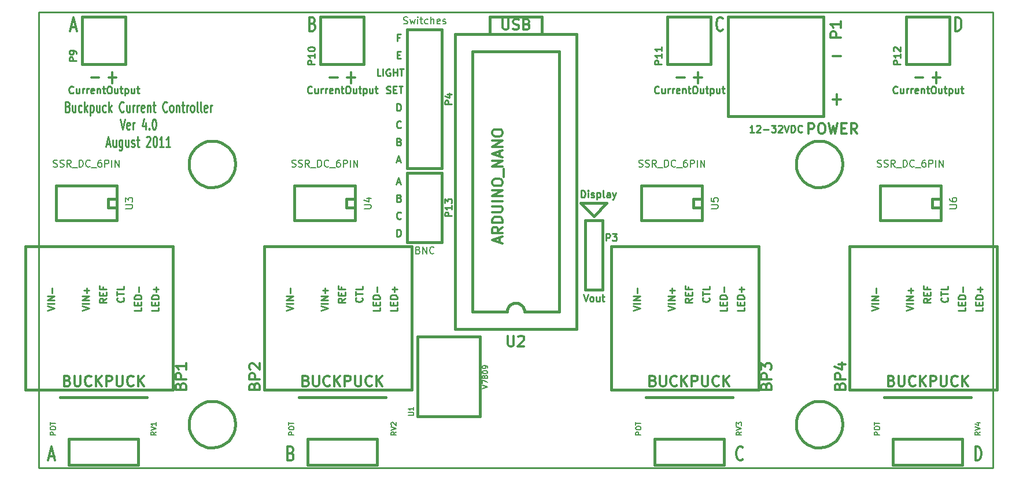
<source format=gto>
G04 (created by PCBNEW-RS274X (2010-00-09 BZR 23xx)-stable) date Thu 04 Aug 2011 09:52:01 AM PDT*
G01*
G70*
G90*
%MOIN*%
G04 Gerber Fmt 3.4, Leading zero omitted, Abs format*
%FSLAX34Y34*%
G04 APERTURE LIST*
%ADD10C,0.006000*%
%ADD11C,0.010000*%
%ADD12C,0.009000*%
%ADD13C,0.015000*%
%ADD14C,0.012000*%
%ADD15C,0.005000*%
%ADD16C,0.008000*%
G04 APERTURE END LIST*
G54D10*
G54D11*
X51164Y-31952D02*
X51298Y-31952D01*
X51355Y-32162D02*
X51164Y-32162D01*
X51164Y-31762D01*
X51355Y-31762D01*
X51308Y-30952D02*
X51174Y-30952D01*
X51174Y-31162D02*
X51174Y-30762D01*
X51365Y-30762D01*
X51145Y-42412D02*
X51145Y-42012D01*
X51240Y-42012D01*
X51298Y-42031D01*
X51336Y-42069D01*
X51355Y-42107D01*
X51374Y-42183D01*
X51374Y-42240D01*
X51355Y-42317D01*
X51336Y-42355D01*
X51298Y-42393D01*
X51240Y-42412D01*
X51145Y-42412D01*
X51374Y-41374D02*
X51355Y-41393D01*
X51298Y-41412D01*
X51260Y-41412D01*
X51202Y-41393D01*
X51164Y-41355D01*
X51145Y-41317D01*
X51126Y-41240D01*
X51126Y-41183D01*
X51145Y-41107D01*
X51164Y-41069D01*
X51202Y-41031D01*
X51260Y-41012D01*
X51298Y-41012D01*
X51355Y-41031D01*
X51374Y-41050D01*
X51279Y-40202D02*
X51336Y-40221D01*
X51355Y-40240D01*
X51374Y-40279D01*
X51374Y-40336D01*
X51355Y-40374D01*
X51336Y-40393D01*
X51298Y-40412D01*
X51145Y-40412D01*
X51145Y-40012D01*
X51279Y-40012D01*
X51317Y-40031D01*
X51336Y-40050D01*
X51355Y-40088D01*
X51355Y-40126D01*
X51336Y-40164D01*
X51317Y-40183D01*
X51279Y-40202D01*
X51145Y-40202D01*
X51155Y-39298D02*
X51346Y-39298D01*
X51117Y-39412D02*
X51250Y-39012D01*
X51384Y-39412D01*
G54D12*
X30500Y-55750D02*
X30500Y-29500D01*
X85500Y-55750D02*
X30500Y-55750D01*
X85500Y-29500D02*
X85500Y-55750D01*
X30500Y-29500D02*
X85500Y-29500D01*
G54D13*
X63250Y-40500D02*
X62500Y-41250D01*
X61750Y-40500D02*
X63250Y-40500D01*
X62500Y-41250D02*
X61750Y-40500D01*
G54D11*
X61890Y-45762D02*
X62023Y-46162D01*
X62157Y-45762D01*
X62347Y-46162D02*
X62309Y-46143D01*
X62290Y-46124D01*
X62271Y-46086D01*
X62271Y-45971D01*
X62290Y-45933D01*
X62309Y-45914D01*
X62347Y-45895D01*
X62405Y-45895D01*
X62443Y-45914D01*
X62462Y-45933D01*
X62481Y-45971D01*
X62481Y-46086D01*
X62462Y-46124D01*
X62443Y-46143D01*
X62405Y-46162D01*
X62347Y-46162D01*
X62824Y-45895D02*
X62824Y-46162D01*
X62652Y-45895D02*
X62652Y-46105D01*
X62671Y-46143D01*
X62709Y-46162D01*
X62767Y-46162D01*
X62805Y-46143D01*
X62824Y-46124D01*
X62957Y-45895D02*
X63109Y-45895D01*
X63014Y-45762D02*
X63014Y-46105D01*
X63033Y-46143D01*
X63071Y-46162D01*
X63109Y-46162D01*
X50552Y-34143D02*
X50609Y-34162D01*
X50705Y-34162D01*
X50743Y-34143D01*
X50762Y-34124D01*
X50781Y-34086D01*
X50781Y-34048D01*
X50762Y-34010D01*
X50743Y-33990D01*
X50705Y-33971D01*
X50628Y-33952D01*
X50590Y-33933D01*
X50571Y-33914D01*
X50552Y-33876D01*
X50552Y-33838D01*
X50571Y-33800D01*
X50590Y-33781D01*
X50628Y-33762D01*
X50724Y-33762D01*
X50781Y-33781D01*
X50952Y-33952D02*
X51086Y-33952D01*
X51143Y-34162D02*
X50952Y-34162D01*
X50952Y-33762D01*
X51143Y-33762D01*
X51257Y-33762D02*
X51486Y-33762D01*
X51371Y-34162D02*
X51371Y-33762D01*
X50217Y-33162D02*
X50026Y-33162D01*
X50026Y-32762D01*
X50350Y-33162D02*
X50350Y-32762D01*
X50750Y-32781D02*
X50712Y-32762D01*
X50655Y-32762D01*
X50597Y-32781D01*
X50559Y-32819D01*
X50540Y-32857D01*
X50521Y-32933D01*
X50521Y-32990D01*
X50540Y-33067D01*
X50559Y-33105D01*
X50597Y-33143D01*
X50655Y-33162D01*
X50693Y-33162D01*
X50750Y-33143D01*
X50769Y-33124D01*
X50769Y-32990D01*
X50693Y-32990D01*
X50940Y-33162D02*
X50940Y-32762D01*
X50940Y-32952D02*
X51169Y-32952D01*
X51169Y-33162D02*
X51169Y-32762D01*
X51302Y-32762D02*
X51531Y-32762D01*
X51416Y-33162D02*
X51416Y-32762D01*
G54D14*
X82022Y-33269D02*
X82479Y-33269D01*
X82250Y-33574D02*
X82250Y-32964D01*
X76272Y-32019D02*
X76729Y-32019D01*
X81022Y-33269D02*
X81479Y-33269D01*
X76272Y-34519D02*
X76729Y-34519D01*
X76500Y-34824D02*
X76500Y-34214D01*
X83343Y-30574D02*
X83343Y-29774D01*
X83486Y-29774D01*
X83571Y-29812D01*
X83629Y-29888D01*
X83657Y-29964D01*
X83686Y-30117D01*
X83686Y-30231D01*
X83657Y-30383D01*
X83629Y-30460D01*
X83571Y-30536D01*
X83486Y-30574D01*
X83343Y-30574D01*
X69936Y-30498D02*
X69907Y-30536D01*
X69821Y-30574D01*
X69764Y-30574D01*
X69679Y-30536D01*
X69621Y-30460D01*
X69593Y-30383D01*
X69564Y-30231D01*
X69564Y-30117D01*
X69593Y-29964D01*
X69621Y-29888D01*
X69679Y-29812D01*
X69764Y-29774D01*
X69821Y-29774D01*
X69907Y-29812D01*
X69936Y-29850D01*
X46293Y-30155D02*
X46379Y-30193D01*
X46407Y-30231D01*
X46436Y-30307D01*
X46436Y-30421D01*
X46407Y-30498D01*
X46379Y-30536D01*
X46321Y-30574D01*
X46093Y-30574D01*
X46093Y-29774D01*
X46293Y-29774D01*
X46350Y-29812D01*
X46379Y-29850D01*
X46407Y-29926D01*
X46407Y-30002D01*
X46379Y-30079D01*
X46350Y-30117D01*
X46293Y-30155D01*
X46093Y-30155D01*
X32357Y-30345D02*
X32643Y-30345D01*
X32300Y-30574D02*
X32500Y-29774D01*
X32700Y-30574D01*
X84493Y-55324D02*
X84493Y-54524D01*
X84636Y-54524D01*
X84721Y-54562D01*
X84779Y-54638D01*
X84807Y-54714D01*
X84836Y-54867D01*
X84836Y-54981D01*
X84807Y-55133D01*
X84779Y-55210D01*
X84721Y-55286D01*
X84636Y-55324D01*
X84493Y-55324D01*
X71086Y-55248D02*
X71057Y-55286D01*
X70971Y-55324D01*
X70914Y-55324D01*
X70829Y-55286D01*
X70771Y-55210D01*
X70743Y-55133D01*
X70714Y-54981D01*
X70714Y-54867D01*
X70743Y-54714D01*
X70771Y-54638D01*
X70829Y-54562D01*
X70914Y-54524D01*
X70971Y-54524D01*
X71057Y-54562D01*
X71086Y-54600D01*
X45043Y-54905D02*
X45129Y-54943D01*
X45157Y-54981D01*
X45186Y-55057D01*
X45186Y-55171D01*
X45157Y-55248D01*
X45129Y-55286D01*
X45071Y-55324D01*
X44843Y-55324D01*
X44843Y-54524D01*
X45043Y-54524D01*
X45100Y-54562D01*
X45129Y-54600D01*
X45157Y-54676D01*
X45157Y-54752D01*
X45129Y-54829D01*
X45100Y-54867D01*
X45043Y-54905D01*
X44843Y-54905D01*
X31107Y-55095D02*
X31393Y-55095D01*
X31050Y-55324D02*
X31250Y-54524D01*
X31450Y-55324D01*
G54D11*
X51145Y-35162D02*
X51145Y-34762D01*
X51240Y-34762D01*
X51298Y-34781D01*
X51336Y-34819D01*
X51355Y-34857D01*
X51374Y-34933D01*
X51374Y-34990D01*
X51355Y-35067D01*
X51336Y-35105D01*
X51298Y-35143D01*
X51240Y-35162D01*
X51145Y-35162D01*
X51374Y-36124D02*
X51355Y-36143D01*
X51298Y-36162D01*
X51260Y-36162D01*
X51202Y-36143D01*
X51164Y-36105D01*
X51145Y-36067D01*
X51126Y-35990D01*
X51126Y-35933D01*
X51145Y-35857D01*
X51164Y-35819D01*
X51202Y-35781D01*
X51260Y-35762D01*
X51298Y-35762D01*
X51355Y-35781D01*
X51374Y-35800D01*
X51279Y-36952D02*
X51336Y-36971D01*
X51355Y-36990D01*
X51374Y-37029D01*
X51374Y-37086D01*
X51355Y-37124D01*
X51336Y-37143D01*
X51298Y-37162D01*
X51145Y-37162D01*
X51145Y-36762D01*
X51279Y-36762D01*
X51317Y-36781D01*
X51336Y-36800D01*
X51355Y-36838D01*
X51355Y-36876D01*
X51336Y-36914D01*
X51317Y-36933D01*
X51279Y-36952D01*
X51145Y-36952D01*
X51155Y-38048D02*
X51346Y-38048D01*
X51117Y-38162D02*
X51250Y-37762D01*
X51384Y-38162D01*
X71724Y-36412D02*
X71495Y-36412D01*
X71609Y-36412D02*
X71609Y-36012D01*
X71571Y-36069D01*
X71533Y-36107D01*
X71495Y-36126D01*
X71876Y-36050D02*
X71895Y-36031D01*
X71933Y-36012D01*
X72029Y-36012D01*
X72067Y-36031D01*
X72086Y-36050D01*
X72105Y-36088D01*
X72105Y-36126D01*
X72086Y-36183D01*
X71857Y-36412D01*
X72105Y-36412D01*
X72276Y-36260D02*
X72581Y-36260D01*
X72733Y-36012D02*
X72981Y-36012D01*
X72847Y-36164D01*
X72905Y-36164D01*
X72943Y-36183D01*
X72962Y-36202D01*
X72981Y-36240D01*
X72981Y-36336D01*
X72962Y-36374D01*
X72943Y-36393D01*
X72905Y-36412D01*
X72790Y-36412D01*
X72752Y-36393D01*
X72733Y-36374D01*
X73133Y-36050D02*
X73152Y-36031D01*
X73190Y-36012D01*
X73286Y-36012D01*
X73324Y-36031D01*
X73343Y-36050D01*
X73362Y-36088D01*
X73362Y-36126D01*
X73343Y-36183D01*
X73114Y-36412D01*
X73362Y-36412D01*
X73476Y-36012D02*
X73609Y-36412D01*
X73743Y-36012D01*
X73876Y-36412D02*
X73876Y-36012D01*
X73971Y-36012D01*
X74029Y-36031D01*
X74067Y-36069D01*
X74086Y-36107D01*
X74105Y-36183D01*
X74105Y-36240D01*
X74086Y-36317D01*
X74067Y-36355D01*
X74029Y-36393D01*
X73971Y-36412D01*
X73876Y-36412D01*
X74505Y-36374D02*
X74486Y-36393D01*
X74429Y-36412D01*
X74391Y-36412D01*
X74333Y-36393D01*
X74295Y-36355D01*
X74276Y-36317D01*
X74257Y-36240D01*
X74257Y-36183D01*
X74276Y-36107D01*
X74295Y-36069D01*
X74333Y-36031D01*
X74391Y-36012D01*
X74429Y-36012D01*
X74486Y-36031D01*
X74505Y-36050D01*
G54D14*
X67272Y-33269D02*
X67729Y-33269D01*
X47272Y-33269D02*
X47729Y-33269D01*
X68272Y-33269D02*
X68729Y-33269D01*
X68500Y-33574D02*
X68500Y-32964D01*
X48272Y-33269D02*
X48729Y-33269D01*
X48500Y-33574D02*
X48500Y-32964D01*
X33522Y-33269D02*
X33979Y-33269D01*
X34522Y-33269D02*
X34979Y-33269D01*
X34750Y-33574D02*
X34750Y-32964D01*
G54D11*
X34421Y-37071D02*
X34612Y-37071D01*
X34383Y-37243D02*
X34516Y-36643D01*
X34650Y-37243D01*
X34955Y-36843D02*
X34955Y-37243D01*
X34783Y-36843D02*
X34783Y-37157D01*
X34802Y-37214D01*
X34840Y-37243D01*
X34898Y-37243D01*
X34936Y-37214D01*
X34955Y-37186D01*
X35317Y-36843D02*
X35317Y-37329D01*
X35298Y-37386D01*
X35279Y-37414D01*
X35240Y-37443D01*
X35183Y-37443D01*
X35145Y-37414D01*
X35317Y-37214D02*
X35279Y-37243D01*
X35202Y-37243D01*
X35164Y-37214D01*
X35145Y-37186D01*
X35126Y-37129D01*
X35126Y-36957D01*
X35145Y-36900D01*
X35164Y-36871D01*
X35202Y-36843D01*
X35279Y-36843D01*
X35317Y-36871D01*
X35679Y-36843D02*
X35679Y-37243D01*
X35507Y-36843D02*
X35507Y-37157D01*
X35526Y-37214D01*
X35564Y-37243D01*
X35622Y-37243D01*
X35660Y-37214D01*
X35679Y-37186D01*
X35850Y-37214D02*
X35888Y-37243D01*
X35964Y-37243D01*
X36003Y-37214D01*
X36022Y-37157D01*
X36022Y-37129D01*
X36003Y-37071D01*
X35964Y-37043D01*
X35907Y-37043D01*
X35869Y-37014D01*
X35850Y-36957D01*
X35850Y-36929D01*
X35869Y-36871D01*
X35907Y-36843D01*
X35964Y-36843D01*
X36003Y-36871D01*
X36136Y-36843D02*
X36288Y-36843D01*
X36193Y-36643D02*
X36193Y-37157D01*
X36212Y-37214D01*
X36250Y-37243D01*
X36288Y-37243D01*
X36708Y-36700D02*
X36727Y-36671D01*
X36765Y-36643D01*
X36861Y-36643D01*
X36899Y-36671D01*
X36918Y-36700D01*
X36937Y-36757D01*
X36937Y-36814D01*
X36918Y-36900D01*
X36689Y-37243D01*
X36937Y-37243D01*
X37184Y-36643D02*
X37223Y-36643D01*
X37261Y-36671D01*
X37280Y-36700D01*
X37299Y-36757D01*
X37318Y-36871D01*
X37318Y-37014D01*
X37299Y-37129D01*
X37280Y-37186D01*
X37261Y-37214D01*
X37223Y-37243D01*
X37184Y-37243D01*
X37146Y-37214D01*
X37127Y-37186D01*
X37108Y-37129D01*
X37089Y-37014D01*
X37089Y-36871D01*
X37108Y-36757D01*
X37127Y-36700D01*
X37146Y-36671D01*
X37184Y-36643D01*
X37699Y-37243D02*
X37470Y-37243D01*
X37584Y-37243D02*
X37584Y-36643D01*
X37546Y-36729D01*
X37508Y-36786D01*
X37470Y-36814D01*
X38080Y-37243D02*
X37851Y-37243D01*
X37965Y-37243D02*
X37965Y-36643D01*
X37927Y-36729D01*
X37889Y-36786D01*
X37851Y-36814D01*
X35193Y-35643D02*
X35326Y-36243D01*
X35460Y-35643D01*
X35746Y-36214D02*
X35708Y-36243D01*
X35631Y-36243D01*
X35593Y-36214D01*
X35574Y-36157D01*
X35574Y-35929D01*
X35593Y-35871D01*
X35631Y-35843D01*
X35708Y-35843D01*
X35746Y-35871D01*
X35765Y-35929D01*
X35765Y-35986D01*
X35574Y-36043D01*
X35936Y-36243D02*
X35936Y-35843D01*
X35936Y-35957D02*
X35955Y-35900D01*
X35974Y-35871D01*
X36012Y-35843D01*
X36051Y-35843D01*
X36661Y-35843D02*
X36661Y-36243D01*
X36565Y-35614D02*
X36470Y-36043D01*
X36718Y-36043D01*
X36870Y-36186D02*
X36889Y-36214D01*
X36870Y-36243D01*
X36851Y-36214D01*
X36870Y-36186D01*
X36870Y-36243D01*
X37136Y-35643D02*
X37175Y-35643D01*
X37213Y-35671D01*
X37232Y-35700D01*
X37251Y-35757D01*
X37270Y-35871D01*
X37270Y-36014D01*
X37251Y-36129D01*
X37232Y-36186D01*
X37213Y-36214D01*
X37175Y-36243D01*
X37136Y-36243D01*
X37098Y-36214D01*
X37079Y-36186D01*
X37060Y-36129D01*
X37041Y-36014D01*
X37041Y-35871D01*
X37060Y-35757D01*
X37079Y-35700D01*
X37098Y-35671D01*
X37136Y-35643D01*
X32181Y-34929D02*
X32238Y-34957D01*
X32257Y-34986D01*
X32276Y-35043D01*
X32276Y-35129D01*
X32257Y-35186D01*
X32238Y-35214D01*
X32200Y-35243D01*
X32047Y-35243D01*
X32047Y-34643D01*
X32181Y-34643D01*
X32219Y-34671D01*
X32238Y-34700D01*
X32257Y-34757D01*
X32257Y-34814D01*
X32238Y-34871D01*
X32219Y-34900D01*
X32181Y-34929D01*
X32047Y-34929D01*
X32619Y-34843D02*
X32619Y-35243D01*
X32447Y-34843D02*
X32447Y-35157D01*
X32466Y-35214D01*
X32504Y-35243D01*
X32562Y-35243D01*
X32600Y-35214D01*
X32619Y-35186D01*
X32981Y-35214D02*
X32943Y-35243D01*
X32866Y-35243D01*
X32828Y-35214D01*
X32809Y-35186D01*
X32790Y-35129D01*
X32790Y-34957D01*
X32809Y-34900D01*
X32828Y-34871D01*
X32866Y-34843D01*
X32943Y-34843D01*
X32981Y-34871D01*
X33152Y-35243D02*
X33152Y-34643D01*
X33190Y-35014D02*
X33305Y-35243D01*
X33305Y-34843D02*
X33152Y-35071D01*
X33476Y-34843D02*
X33476Y-35443D01*
X33476Y-34871D02*
X33514Y-34843D01*
X33591Y-34843D01*
X33629Y-34871D01*
X33648Y-34900D01*
X33667Y-34957D01*
X33667Y-35129D01*
X33648Y-35186D01*
X33629Y-35214D01*
X33591Y-35243D01*
X33514Y-35243D01*
X33476Y-35214D01*
X34010Y-34843D02*
X34010Y-35243D01*
X33838Y-34843D02*
X33838Y-35157D01*
X33857Y-35214D01*
X33895Y-35243D01*
X33953Y-35243D01*
X33991Y-35214D01*
X34010Y-35186D01*
X34372Y-35214D02*
X34334Y-35243D01*
X34257Y-35243D01*
X34219Y-35214D01*
X34200Y-35186D01*
X34181Y-35129D01*
X34181Y-34957D01*
X34200Y-34900D01*
X34219Y-34871D01*
X34257Y-34843D01*
X34334Y-34843D01*
X34372Y-34871D01*
X34543Y-35243D02*
X34543Y-34643D01*
X34581Y-35014D02*
X34696Y-35243D01*
X34696Y-34843D02*
X34543Y-35071D01*
X35401Y-35186D02*
X35382Y-35214D01*
X35325Y-35243D01*
X35287Y-35243D01*
X35229Y-35214D01*
X35191Y-35157D01*
X35172Y-35100D01*
X35153Y-34986D01*
X35153Y-34900D01*
X35172Y-34786D01*
X35191Y-34729D01*
X35229Y-34671D01*
X35287Y-34643D01*
X35325Y-34643D01*
X35382Y-34671D01*
X35401Y-34700D01*
X35744Y-34843D02*
X35744Y-35243D01*
X35572Y-34843D02*
X35572Y-35157D01*
X35591Y-35214D01*
X35629Y-35243D01*
X35687Y-35243D01*
X35725Y-35214D01*
X35744Y-35186D01*
X35934Y-35243D02*
X35934Y-34843D01*
X35934Y-34957D02*
X35953Y-34900D01*
X35972Y-34871D01*
X36010Y-34843D01*
X36049Y-34843D01*
X36182Y-35243D02*
X36182Y-34843D01*
X36182Y-34957D02*
X36201Y-34900D01*
X36220Y-34871D01*
X36258Y-34843D01*
X36297Y-34843D01*
X36583Y-35214D02*
X36545Y-35243D01*
X36468Y-35243D01*
X36430Y-35214D01*
X36411Y-35157D01*
X36411Y-34929D01*
X36430Y-34871D01*
X36468Y-34843D01*
X36545Y-34843D01*
X36583Y-34871D01*
X36602Y-34929D01*
X36602Y-34986D01*
X36411Y-35043D01*
X36773Y-34843D02*
X36773Y-35243D01*
X36773Y-34900D02*
X36792Y-34871D01*
X36830Y-34843D01*
X36888Y-34843D01*
X36926Y-34871D01*
X36945Y-34929D01*
X36945Y-35243D01*
X37078Y-34843D02*
X37230Y-34843D01*
X37135Y-34643D02*
X37135Y-35157D01*
X37154Y-35214D01*
X37192Y-35243D01*
X37230Y-35243D01*
X37898Y-35186D02*
X37879Y-35214D01*
X37822Y-35243D01*
X37784Y-35243D01*
X37726Y-35214D01*
X37688Y-35157D01*
X37669Y-35100D01*
X37650Y-34986D01*
X37650Y-34900D01*
X37669Y-34786D01*
X37688Y-34729D01*
X37726Y-34671D01*
X37784Y-34643D01*
X37822Y-34643D01*
X37879Y-34671D01*
X37898Y-34700D01*
X38126Y-35243D02*
X38088Y-35214D01*
X38069Y-35186D01*
X38050Y-35129D01*
X38050Y-34957D01*
X38069Y-34900D01*
X38088Y-34871D01*
X38126Y-34843D01*
X38184Y-34843D01*
X38222Y-34871D01*
X38241Y-34900D01*
X38260Y-34957D01*
X38260Y-35129D01*
X38241Y-35186D01*
X38222Y-35214D01*
X38184Y-35243D01*
X38126Y-35243D01*
X38431Y-34843D02*
X38431Y-35243D01*
X38431Y-34900D02*
X38450Y-34871D01*
X38488Y-34843D01*
X38546Y-34843D01*
X38584Y-34871D01*
X38603Y-34929D01*
X38603Y-35243D01*
X38736Y-34843D02*
X38888Y-34843D01*
X38793Y-34643D02*
X38793Y-35157D01*
X38812Y-35214D01*
X38850Y-35243D01*
X38888Y-35243D01*
X39022Y-35243D02*
X39022Y-34843D01*
X39022Y-34957D02*
X39041Y-34900D01*
X39060Y-34871D01*
X39098Y-34843D01*
X39137Y-34843D01*
X39327Y-35243D02*
X39289Y-35214D01*
X39270Y-35186D01*
X39251Y-35129D01*
X39251Y-34957D01*
X39270Y-34900D01*
X39289Y-34871D01*
X39327Y-34843D01*
X39385Y-34843D01*
X39423Y-34871D01*
X39442Y-34900D01*
X39461Y-34957D01*
X39461Y-35129D01*
X39442Y-35186D01*
X39423Y-35214D01*
X39385Y-35243D01*
X39327Y-35243D01*
X39689Y-35243D02*
X39651Y-35214D01*
X39632Y-35157D01*
X39632Y-34643D01*
X39899Y-35243D02*
X39861Y-35214D01*
X39842Y-35157D01*
X39842Y-34643D01*
X40205Y-35214D02*
X40167Y-35243D01*
X40090Y-35243D01*
X40052Y-35214D01*
X40033Y-35157D01*
X40033Y-34929D01*
X40052Y-34871D01*
X40090Y-34843D01*
X40167Y-34843D01*
X40205Y-34871D01*
X40224Y-34929D01*
X40224Y-34986D01*
X40033Y-35043D01*
X40395Y-35243D02*
X40395Y-34843D01*
X40395Y-34957D02*
X40414Y-34900D01*
X40433Y-34871D01*
X40471Y-34843D01*
X40510Y-34843D01*
G54D13*
X36750Y-51700D02*
X31750Y-51700D01*
X36250Y-55600D02*
X32250Y-55600D01*
X32250Y-55600D02*
X32250Y-54100D01*
X32250Y-54100D02*
X36250Y-54100D01*
X36250Y-54100D02*
X36250Y-55600D01*
X84250Y-51700D02*
X79250Y-51700D01*
X83750Y-55600D02*
X79750Y-55600D01*
X79750Y-55600D02*
X79750Y-54100D01*
X79750Y-54100D02*
X83750Y-54100D01*
X83750Y-54100D02*
X83750Y-55600D01*
X70500Y-51700D02*
X65500Y-51700D01*
X70000Y-55600D02*
X66000Y-55600D01*
X66000Y-55600D02*
X66000Y-54100D01*
X66000Y-54100D02*
X70000Y-54100D01*
X70000Y-54100D02*
X70000Y-55600D01*
X50500Y-51700D02*
X45500Y-51700D01*
X50000Y-55600D02*
X46000Y-55600D01*
X46000Y-55600D02*
X46000Y-54100D01*
X46000Y-54100D02*
X50000Y-54100D01*
X50000Y-54100D02*
X50000Y-55600D01*
X59500Y-30750D02*
X59500Y-29750D01*
X59500Y-29750D02*
X56500Y-29750D01*
X56500Y-29750D02*
X56500Y-30750D01*
X61500Y-47750D02*
X54500Y-47750D01*
X54500Y-47750D02*
X54500Y-30750D01*
X54500Y-30750D02*
X61500Y-30750D01*
X61500Y-30750D02*
X61500Y-47750D01*
X58500Y-46750D02*
X58498Y-46707D01*
X58492Y-46664D01*
X58482Y-46621D01*
X58469Y-46579D01*
X58453Y-46539D01*
X58433Y-46501D01*
X58409Y-46464D01*
X58383Y-46429D01*
X58353Y-46397D01*
X58321Y-46367D01*
X58286Y-46341D01*
X58250Y-46317D01*
X58211Y-46297D01*
X58171Y-46281D01*
X58129Y-46268D01*
X58086Y-46258D01*
X58043Y-46252D01*
X58000Y-46250D01*
X58000Y-46250D02*
X57957Y-46252D01*
X57914Y-46258D01*
X57871Y-46268D01*
X57829Y-46281D01*
X57789Y-46297D01*
X57751Y-46317D01*
X57714Y-46341D01*
X57679Y-46367D01*
X57647Y-46397D01*
X57617Y-46429D01*
X57591Y-46464D01*
X57567Y-46501D01*
X57547Y-46539D01*
X57531Y-46579D01*
X57518Y-46621D01*
X57508Y-46664D01*
X57502Y-46707D01*
X57500Y-46750D01*
X55500Y-46750D02*
X57500Y-46750D01*
X60500Y-46750D02*
X58500Y-46750D01*
X60500Y-46750D02*
X60500Y-31750D01*
X60500Y-31750D02*
X55500Y-31750D01*
X55500Y-31750D02*
X55500Y-46750D01*
X52350Y-52800D02*
X55950Y-52800D01*
X55950Y-52800D02*
X55950Y-48200D01*
X55950Y-48200D02*
X52350Y-48200D01*
X52350Y-48200D02*
X52350Y-52800D01*
X63000Y-41500D02*
X62000Y-41500D01*
X62000Y-41500D02*
X62000Y-45500D01*
X62000Y-45500D02*
X63000Y-45500D01*
X63000Y-45500D02*
X63000Y-41500D01*
X76846Y-38250D02*
X76820Y-38511D01*
X76744Y-38762D01*
X76621Y-38994D01*
X76455Y-39198D01*
X76252Y-39365D01*
X76021Y-39490D01*
X75770Y-39568D01*
X75509Y-39595D01*
X75248Y-39572D01*
X74996Y-39497D01*
X74763Y-39376D01*
X74559Y-39211D01*
X74390Y-39010D01*
X74263Y-38780D01*
X74184Y-38529D01*
X74155Y-38268D01*
X74177Y-38008D01*
X74249Y-37755D01*
X74369Y-37521D01*
X74532Y-37315D01*
X74732Y-37145D01*
X74962Y-37017D01*
X75211Y-36936D01*
X75472Y-36905D01*
X75733Y-36925D01*
X75986Y-36996D01*
X76221Y-37114D01*
X76428Y-37276D01*
X76599Y-37475D01*
X76729Y-37703D01*
X76812Y-37952D01*
X76845Y-38213D01*
X76846Y-38250D01*
X41846Y-53250D02*
X41820Y-53511D01*
X41744Y-53762D01*
X41621Y-53994D01*
X41455Y-54198D01*
X41252Y-54365D01*
X41021Y-54490D01*
X40770Y-54568D01*
X40509Y-54595D01*
X40248Y-54572D01*
X39996Y-54497D01*
X39763Y-54376D01*
X39559Y-54211D01*
X39390Y-54010D01*
X39263Y-53780D01*
X39184Y-53529D01*
X39155Y-53268D01*
X39177Y-53008D01*
X39249Y-52755D01*
X39369Y-52521D01*
X39532Y-52315D01*
X39732Y-52145D01*
X39962Y-52017D01*
X40211Y-51936D01*
X40472Y-51905D01*
X40733Y-51925D01*
X40986Y-51996D01*
X41221Y-52114D01*
X41428Y-52276D01*
X41599Y-52475D01*
X41729Y-52703D01*
X41812Y-52952D01*
X41845Y-53213D01*
X41846Y-53250D01*
X76846Y-53250D02*
X76820Y-53511D01*
X76744Y-53762D01*
X76621Y-53994D01*
X76455Y-54198D01*
X76252Y-54365D01*
X76021Y-54490D01*
X75770Y-54568D01*
X75509Y-54595D01*
X75248Y-54572D01*
X74996Y-54497D01*
X74763Y-54376D01*
X74559Y-54211D01*
X74390Y-54010D01*
X74263Y-53780D01*
X74184Y-53529D01*
X74155Y-53268D01*
X74177Y-53008D01*
X74249Y-52755D01*
X74369Y-52521D01*
X74532Y-52315D01*
X74732Y-52145D01*
X74962Y-52017D01*
X75211Y-51936D01*
X75472Y-51905D01*
X75733Y-51925D01*
X75986Y-51996D01*
X76221Y-52114D01*
X76428Y-52276D01*
X76599Y-52475D01*
X76729Y-52703D01*
X76812Y-52952D01*
X76845Y-53213D01*
X76846Y-53250D01*
X41846Y-38250D02*
X41820Y-38511D01*
X41744Y-38762D01*
X41621Y-38994D01*
X41455Y-39198D01*
X41252Y-39365D01*
X41021Y-39490D01*
X40770Y-39568D01*
X40509Y-39595D01*
X40248Y-39572D01*
X39996Y-39497D01*
X39763Y-39376D01*
X39559Y-39211D01*
X39390Y-39010D01*
X39263Y-38780D01*
X39184Y-38529D01*
X39155Y-38268D01*
X39177Y-38008D01*
X39249Y-37755D01*
X39369Y-37521D01*
X39532Y-37315D01*
X39732Y-37145D01*
X39962Y-37017D01*
X40211Y-36936D01*
X40472Y-36905D01*
X40733Y-36925D01*
X40986Y-36996D01*
X41221Y-37114D01*
X41428Y-37276D01*
X41599Y-37475D01*
X41729Y-37703D01*
X41812Y-37952D01*
X41845Y-38213D01*
X41846Y-38250D01*
X53750Y-38750D02*
X53750Y-42750D01*
X53750Y-42750D02*
X51750Y-42750D01*
X51750Y-42750D02*
X51750Y-38750D01*
X51750Y-38750D02*
X53750Y-38750D01*
X70250Y-29750D02*
X75750Y-29750D01*
X75750Y-29750D02*
X75750Y-35500D01*
X75750Y-35500D02*
X70250Y-35500D01*
X70250Y-35500D02*
X70250Y-29750D01*
X82500Y-41500D02*
X79000Y-41500D01*
X79000Y-41500D02*
X79000Y-39500D01*
X79000Y-39500D02*
X82500Y-39500D01*
X82500Y-39500D02*
X82500Y-41500D01*
X82500Y-40750D02*
X82000Y-40750D01*
X82000Y-40750D02*
X82000Y-40250D01*
X82000Y-40250D02*
X82500Y-40250D01*
X68750Y-41500D02*
X65250Y-41500D01*
X65250Y-41500D02*
X65250Y-39500D01*
X65250Y-39500D02*
X68750Y-39500D01*
X68750Y-39500D02*
X68750Y-41500D01*
X68750Y-40750D02*
X68250Y-40750D01*
X68250Y-40750D02*
X68250Y-40250D01*
X68250Y-40250D02*
X68750Y-40250D01*
X48750Y-41500D02*
X45250Y-41500D01*
X45250Y-41500D02*
X45250Y-39500D01*
X45250Y-39500D02*
X48750Y-39500D01*
X48750Y-39500D02*
X48750Y-41500D01*
X48750Y-40750D02*
X48250Y-40750D01*
X48250Y-40750D02*
X48250Y-40250D01*
X48250Y-40250D02*
X48750Y-40250D01*
X35000Y-41500D02*
X31500Y-41500D01*
X31500Y-41500D02*
X31500Y-39500D01*
X31500Y-39500D02*
X35000Y-39500D01*
X35000Y-39500D02*
X35000Y-41500D01*
X35000Y-40750D02*
X34500Y-40750D01*
X34500Y-40750D02*
X34500Y-40250D01*
X34500Y-40250D02*
X35000Y-40250D01*
X51750Y-30500D02*
X51750Y-38500D01*
X51750Y-38500D02*
X53750Y-38500D01*
X53750Y-38500D02*
X53750Y-30500D01*
X51750Y-30500D02*
X53750Y-30500D01*
X52000Y-43000D02*
X52000Y-51250D01*
X52000Y-51250D02*
X43500Y-51250D01*
X43500Y-51250D02*
X43500Y-43000D01*
X52000Y-43000D02*
X43500Y-43000D01*
X72000Y-43000D02*
X72000Y-51250D01*
X72000Y-51250D02*
X63500Y-51250D01*
X63500Y-51250D02*
X63500Y-43000D01*
X72000Y-43000D02*
X63500Y-43000D01*
X85750Y-43000D02*
X85750Y-51250D01*
X85750Y-51250D02*
X77250Y-51250D01*
X77250Y-51250D02*
X77250Y-43000D01*
X85750Y-43000D02*
X77250Y-43000D01*
X38250Y-43000D02*
X38250Y-51250D01*
X38250Y-51250D02*
X29750Y-51250D01*
X29750Y-51250D02*
X29750Y-43000D01*
X38250Y-43000D02*
X29750Y-43000D01*
X35500Y-32500D02*
X35500Y-29750D01*
X35500Y-32500D02*
X33000Y-32500D01*
X33000Y-32500D02*
X33000Y-29750D01*
X35500Y-29750D02*
X33000Y-29750D01*
X69250Y-32500D02*
X69250Y-29750D01*
X69250Y-32500D02*
X66750Y-32500D01*
X66750Y-32500D02*
X66750Y-29750D01*
X69250Y-29750D02*
X66750Y-29750D01*
X49250Y-32500D02*
X49250Y-29750D01*
X49250Y-32500D02*
X46750Y-32500D01*
X46750Y-32500D02*
X46750Y-29750D01*
X49250Y-29750D02*
X46750Y-29750D01*
X83000Y-32500D02*
X83000Y-29750D01*
X83000Y-32500D02*
X80500Y-32500D01*
X80500Y-32500D02*
X80500Y-29750D01*
X83000Y-29750D02*
X80500Y-29750D01*
G54D15*
X37271Y-53678D02*
X37129Y-53778D01*
X37271Y-53850D02*
X36971Y-53850D01*
X36971Y-53735D01*
X36986Y-53707D01*
X37000Y-53692D01*
X37029Y-53678D01*
X37071Y-53678D01*
X37100Y-53692D01*
X37114Y-53707D01*
X37129Y-53735D01*
X37129Y-53850D01*
X36971Y-53592D02*
X37271Y-53492D01*
X36971Y-53392D01*
X37271Y-53135D02*
X37271Y-53307D01*
X37271Y-53221D02*
X36971Y-53221D01*
X37014Y-53250D01*
X37043Y-53278D01*
X37057Y-53307D01*
X31471Y-53850D02*
X31171Y-53850D01*
X31171Y-53735D01*
X31186Y-53707D01*
X31200Y-53692D01*
X31229Y-53678D01*
X31271Y-53678D01*
X31300Y-53692D01*
X31314Y-53707D01*
X31329Y-53735D01*
X31329Y-53850D01*
X31171Y-53492D02*
X31171Y-53435D01*
X31186Y-53407D01*
X31214Y-53378D01*
X31271Y-53364D01*
X31371Y-53364D01*
X31429Y-53378D01*
X31457Y-53407D01*
X31471Y-53435D01*
X31471Y-53492D01*
X31457Y-53521D01*
X31429Y-53550D01*
X31371Y-53564D01*
X31271Y-53564D01*
X31214Y-53550D01*
X31186Y-53521D01*
X31171Y-53492D01*
X31171Y-53278D02*
X31171Y-53107D01*
X31471Y-53193D02*
X31171Y-53193D01*
X84771Y-53678D02*
X84629Y-53778D01*
X84771Y-53850D02*
X84471Y-53850D01*
X84471Y-53735D01*
X84486Y-53707D01*
X84500Y-53692D01*
X84529Y-53678D01*
X84571Y-53678D01*
X84600Y-53692D01*
X84614Y-53707D01*
X84629Y-53735D01*
X84629Y-53850D01*
X84471Y-53592D02*
X84771Y-53492D01*
X84471Y-53392D01*
X84571Y-53164D02*
X84771Y-53164D01*
X84457Y-53235D02*
X84671Y-53307D01*
X84671Y-53121D01*
X78971Y-53850D02*
X78671Y-53850D01*
X78671Y-53735D01*
X78686Y-53707D01*
X78700Y-53692D01*
X78729Y-53678D01*
X78771Y-53678D01*
X78800Y-53692D01*
X78814Y-53707D01*
X78829Y-53735D01*
X78829Y-53850D01*
X78671Y-53492D02*
X78671Y-53435D01*
X78686Y-53407D01*
X78714Y-53378D01*
X78771Y-53364D01*
X78871Y-53364D01*
X78929Y-53378D01*
X78957Y-53407D01*
X78971Y-53435D01*
X78971Y-53492D01*
X78957Y-53521D01*
X78929Y-53550D01*
X78871Y-53564D01*
X78771Y-53564D01*
X78714Y-53550D01*
X78686Y-53521D01*
X78671Y-53492D01*
X78671Y-53278D02*
X78671Y-53107D01*
X78971Y-53193D02*
X78671Y-53193D01*
X71021Y-53678D02*
X70879Y-53778D01*
X71021Y-53850D02*
X70721Y-53850D01*
X70721Y-53735D01*
X70736Y-53707D01*
X70750Y-53692D01*
X70779Y-53678D01*
X70821Y-53678D01*
X70850Y-53692D01*
X70864Y-53707D01*
X70879Y-53735D01*
X70879Y-53850D01*
X70721Y-53592D02*
X71021Y-53492D01*
X70721Y-53392D01*
X70721Y-53321D02*
X70721Y-53135D01*
X70836Y-53235D01*
X70836Y-53193D01*
X70850Y-53164D01*
X70864Y-53150D01*
X70893Y-53135D01*
X70964Y-53135D01*
X70993Y-53150D01*
X71007Y-53164D01*
X71021Y-53193D01*
X71021Y-53278D01*
X71007Y-53307D01*
X70993Y-53321D01*
X65221Y-53850D02*
X64921Y-53850D01*
X64921Y-53735D01*
X64936Y-53707D01*
X64950Y-53692D01*
X64979Y-53678D01*
X65021Y-53678D01*
X65050Y-53692D01*
X65064Y-53707D01*
X65079Y-53735D01*
X65079Y-53850D01*
X64921Y-53492D02*
X64921Y-53435D01*
X64936Y-53407D01*
X64964Y-53378D01*
X65021Y-53364D01*
X65121Y-53364D01*
X65179Y-53378D01*
X65207Y-53407D01*
X65221Y-53435D01*
X65221Y-53492D01*
X65207Y-53521D01*
X65179Y-53550D01*
X65121Y-53564D01*
X65021Y-53564D01*
X64964Y-53550D01*
X64936Y-53521D01*
X64921Y-53492D01*
X64921Y-53278D02*
X64921Y-53107D01*
X65221Y-53193D02*
X64921Y-53193D01*
X51121Y-53678D02*
X50979Y-53778D01*
X51121Y-53850D02*
X50821Y-53850D01*
X50821Y-53735D01*
X50836Y-53707D01*
X50850Y-53692D01*
X50879Y-53678D01*
X50921Y-53678D01*
X50950Y-53692D01*
X50964Y-53707D01*
X50979Y-53735D01*
X50979Y-53850D01*
X50821Y-53592D02*
X51121Y-53492D01*
X50821Y-53392D01*
X50850Y-53307D02*
X50836Y-53293D01*
X50821Y-53264D01*
X50821Y-53193D01*
X50836Y-53164D01*
X50850Y-53150D01*
X50879Y-53135D01*
X50907Y-53135D01*
X50950Y-53150D01*
X51121Y-53321D01*
X51121Y-53135D01*
X45221Y-53850D02*
X44921Y-53850D01*
X44921Y-53735D01*
X44936Y-53707D01*
X44950Y-53692D01*
X44979Y-53678D01*
X45021Y-53678D01*
X45050Y-53692D01*
X45064Y-53707D01*
X45079Y-53735D01*
X45079Y-53850D01*
X44921Y-53492D02*
X44921Y-53435D01*
X44936Y-53407D01*
X44964Y-53378D01*
X45021Y-53364D01*
X45121Y-53364D01*
X45179Y-53378D01*
X45207Y-53407D01*
X45221Y-53435D01*
X45221Y-53492D01*
X45207Y-53521D01*
X45179Y-53550D01*
X45121Y-53564D01*
X45021Y-53564D01*
X44964Y-53550D01*
X44936Y-53521D01*
X44921Y-53492D01*
X44921Y-53278D02*
X44921Y-53107D01*
X45221Y-53193D02*
X44921Y-53193D01*
G54D14*
X57543Y-48143D02*
X57543Y-48629D01*
X57571Y-48686D01*
X57600Y-48714D01*
X57657Y-48743D01*
X57771Y-48743D01*
X57829Y-48714D01*
X57857Y-48686D01*
X57886Y-48629D01*
X57886Y-48143D01*
X58143Y-48200D02*
X58172Y-48171D01*
X58229Y-48143D01*
X58372Y-48143D01*
X58429Y-48171D01*
X58458Y-48200D01*
X58486Y-48257D01*
X58486Y-48314D01*
X58458Y-48400D01*
X58115Y-48743D01*
X58486Y-48743D01*
X57071Y-42758D02*
X57071Y-42472D01*
X57243Y-42815D02*
X56643Y-42615D01*
X57243Y-42415D01*
X57243Y-41872D02*
X56957Y-42072D01*
X57243Y-42215D02*
X56643Y-42215D01*
X56643Y-41987D01*
X56671Y-41929D01*
X56700Y-41901D01*
X56757Y-41872D01*
X56843Y-41872D01*
X56900Y-41901D01*
X56929Y-41929D01*
X56957Y-41987D01*
X56957Y-42215D01*
X57243Y-41615D02*
X56643Y-41615D01*
X56643Y-41472D01*
X56671Y-41387D01*
X56729Y-41329D01*
X56786Y-41301D01*
X56900Y-41272D01*
X56986Y-41272D01*
X57100Y-41301D01*
X57157Y-41329D01*
X57214Y-41387D01*
X57243Y-41472D01*
X57243Y-41615D01*
X56643Y-41015D02*
X57129Y-41015D01*
X57186Y-40987D01*
X57214Y-40958D01*
X57243Y-40901D01*
X57243Y-40787D01*
X57214Y-40729D01*
X57186Y-40701D01*
X57129Y-40672D01*
X56643Y-40672D01*
X57243Y-40386D02*
X56643Y-40386D01*
X57243Y-40100D02*
X56643Y-40100D01*
X57243Y-39757D01*
X56643Y-39757D01*
X56643Y-39357D02*
X56643Y-39243D01*
X56671Y-39185D01*
X56729Y-39128D01*
X56843Y-39100D01*
X57043Y-39100D01*
X57157Y-39128D01*
X57214Y-39185D01*
X57243Y-39243D01*
X57243Y-39357D01*
X57214Y-39414D01*
X57157Y-39471D01*
X57043Y-39500D01*
X56843Y-39500D01*
X56729Y-39471D01*
X56671Y-39414D01*
X56643Y-39357D01*
X57300Y-38985D02*
X57300Y-38528D01*
X57243Y-38385D02*
X56643Y-38385D01*
X57243Y-38042D01*
X56643Y-38042D01*
X57071Y-37785D02*
X57071Y-37499D01*
X57243Y-37842D02*
X56643Y-37642D01*
X57243Y-37442D01*
X57243Y-37242D02*
X56643Y-37242D01*
X57243Y-36899D01*
X56643Y-36899D01*
X56643Y-36499D02*
X56643Y-36385D01*
X56671Y-36327D01*
X56729Y-36270D01*
X56843Y-36242D01*
X57043Y-36242D01*
X57157Y-36270D01*
X57214Y-36327D01*
X57243Y-36385D01*
X57243Y-36499D01*
X57214Y-36556D01*
X57157Y-36613D01*
X57043Y-36642D01*
X56843Y-36642D01*
X56729Y-36613D01*
X56671Y-36556D01*
X56643Y-36499D01*
X57243Y-29893D02*
X57243Y-30379D01*
X57271Y-30436D01*
X57300Y-30464D01*
X57357Y-30493D01*
X57471Y-30493D01*
X57529Y-30464D01*
X57557Y-30436D01*
X57586Y-30379D01*
X57586Y-29893D01*
X57843Y-30464D02*
X57929Y-30493D01*
X58072Y-30493D01*
X58129Y-30464D01*
X58158Y-30436D01*
X58186Y-30379D01*
X58186Y-30321D01*
X58158Y-30264D01*
X58129Y-30236D01*
X58072Y-30207D01*
X57958Y-30179D01*
X57900Y-30150D01*
X57872Y-30121D01*
X57843Y-30064D01*
X57843Y-30007D01*
X57872Y-29950D01*
X57900Y-29921D01*
X57958Y-29893D01*
X58100Y-29893D01*
X58186Y-29921D01*
X58643Y-30179D02*
X58729Y-30207D01*
X58757Y-30236D01*
X58786Y-30293D01*
X58786Y-30379D01*
X58757Y-30436D01*
X58729Y-30464D01*
X58671Y-30493D01*
X58443Y-30493D01*
X58443Y-29893D01*
X58643Y-29893D01*
X58700Y-29921D01*
X58729Y-29950D01*
X58757Y-30007D01*
X58757Y-30064D01*
X58729Y-30121D01*
X58700Y-30150D01*
X58643Y-30179D01*
X58443Y-30179D01*
G54D15*
X51821Y-52729D02*
X52064Y-52729D01*
X52093Y-52714D01*
X52107Y-52700D01*
X52121Y-52671D01*
X52121Y-52614D01*
X52107Y-52586D01*
X52093Y-52571D01*
X52064Y-52557D01*
X51821Y-52557D01*
X52121Y-52257D02*
X52121Y-52429D01*
X52121Y-52343D02*
X51821Y-52343D01*
X51864Y-52372D01*
X51893Y-52400D01*
X51907Y-52429D01*
X56071Y-51171D02*
X56371Y-51071D01*
X56071Y-50971D01*
X56071Y-50900D02*
X56071Y-50700D01*
X56371Y-50829D01*
X56200Y-50543D02*
X56186Y-50571D01*
X56171Y-50586D01*
X56143Y-50600D01*
X56129Y-50600D01*
X56100Y-50586D01*
X56086Y-50571D01*
X56071Y-50543D01*
X56071Y-50486D01*
X56086Y-50457D01*
X56100Y-50443D01*
X56129Y-50428D01*
X56143Y-50428D01*
X56171Y-50443D01*
X56186Y-50457D01*
X56200Y-50486D01*
X56200Y-50543D01*
X56214Y-50571D01*
X56229Y-50586D01*
X56257Y-50600D01*
X56314Y-50600D01*
X56343Y-50586D01*
X56357Y-50571D01*
X56371Y-50543D01*
X56371Y-50486D01*
X56357Y-50457D01*
X56343Y-50443D01*
X56314Y-50428D01*
X56257Y-50428D01*
X56229Y-50443D01*
X56214Y-50457D01*
X56200Y-50486D01*
X56071Y-50242D02*
X56071Y-50214D01*
X56086Y-50185D01*
X56100Y-50171D01*
X56129Y-50157D01*
X56186Y-50142D01*
X56257Y-50142D01*
X56314Y-50157D01*
X56343Y-50171D01*
X56357Y-50185D01*
X56371Y-50214D01*
X56371Y-50242D01*
X56357Y-50271D01*
X56343Y-50285D01*
X56314Y-50300D01*
X56257Y-50314D01*
X56186Y-50314D01*
X56129Y-50300D01*
X56100Y-50285D01*
X56086Y-50271D01*
X56071Y-50242D01*
X56371Y-49999D02*
X56371Y-49942D01*
X56357Y-49914D01*
X56343Y-49899D01*
X56300Y-49871D01*
X56243Y-49856D01*
X56129Y-49856D01*
X56100Y-49871D01*
X56086Y-49885D01*
X56071Y-49914D01*
X56071Y-49971D01*
X56086Y-49999D01*
X56100Y-50014D01*
X56129Y-50028D01*
X56200Y-50028D01*
X56229Y-50014D01*
X56243Y-49999D01*
X56257Y-49971D01*
X56257Y-49914D01*
X56243Y-49885D01*
X56229Y-49871D01*
X56200Y-49856D01*
G54D11*
X63205Y-42662D02*
X63205Y-42262D01*
X63358Y-42262D01*
X63396Y-42281D01*
X63415Y-42300D01*
X63434Y-42338D01*
X63434Y-42395D01*
X63415Y-42433D01*
X63396Y-42452D01*
X63358Y-42471D01*
X63205Y-42471D01*
X63567Y-42262D02*
X63815Y-42262D01*
X63681Y-42414D01*
X63739Y-42414D01*
X63777Y-42433D01*
X63796Y-42452D01*
X63815Y-42490D01*
X63815Y-42586D01*
X63796Y-42624D01*
X63777Y-42643D01*
X63739Y-42662D01*
X63624Y-42662D01*
X63586Y-42643D01*
X63567Y-42624D01*
X61769Y-40162D02*
X61769Y-39762D01*
X61864Y-39762D01*
X61922Y-39781D01*
X61960Y-39819D01*
X61979Y-39857D01*
X61998Y-39933D01*
X61998Y-39990D01*
X61979Y-40067D01*
X61960Y-40105D01*
X61922Y-40143D01*
X61864Y-40162D01*
X61769Y-40162D01*
X62169Y-40162D02*
X62169Y-39895D01*
X62169Y-39762D02*
X62150Y-39781D01*
X62169Y-39800D01*
X62188Y-39781D01*
X62169Y-39762D01*
X62169Y-39800D01*
X62340Y-40143D02*
X62378Y-40162D01*
X62454Y-40162D01*
X62493Y-40143D01*
X62512Y-40105D01*
X62512Y-40086D01*
X62493Y-40048D01*
X62454Y-40029D01*
X62397Y-40029D01*
X62359Y-40010D01*
X62340Y-39971D01*
X62340Y-39952D01*
X62359Y-39914D01*
X62397Y-39895D01*
X62454Y-39895D01*
X62493Y-39914D01*
X62683Y-39895D02*
X62683Y-40295D01*
X62683Y-39914D02*
X62721Y-39895D01*
X62798Y-39895D01*
X62836Y-39914D01*
X62855Y-39933D01*
X62874Y-39971D01*
X62874Y-40086D01*
X62855Y-40124D01*
X62836Y-40143D01*
X62798Y-40162D01*
X62721Y-40162D01*
X62683Y-40143D01*
X63102Y-40162D02*
X63064Y-40143D01*
X63045Y-40105D01*
X63045Y-39762D01*
X63427Y-40162D02*
X63427Y-39952D01*
X63408Y-39914D01*
X63370Y-39895D01*
X63293Y-39895D01*
X63255Y-39914D01*
X63427Y-40143D02*
X63389Y-40162D01*
X63293Y-40162D01*
X63255Y-40143D01*
X63236Y-40105D01*
X63236Y-40067D01*
X63255Y-40029D01*
X63293Y-40010D01*
X63389Y-40010D01*
X63427Y-39990D01*
X63579Y-39895D02*
X63674Y-40162D01*
X63770Y-39895D02*
X63674Y-40162D01*
X63636Y-40257D01*
X63617Y-40276D01*
X63579Y-40295D01*
X54312Y-41236D02*
X53912Y-41236D01*
X53912Y-41083D01*
X53931Y-41045D01*
X53950Y-41026D01*
X53988Y-41007D01*
X54045Y-41007D01*
X54083Y-41026D01*
X54102Y-41045D01*
X54121Y-41083D01*
X54121Y-41236D01*
X54312Y-40626D02*
X54312Y-40855D01*
X54312Y-40741D02*
X53912Y-40741D01*
X53969Y-40779D01*
X54007Y-40817D01*
X54026Y-40855D01*
X53912Y-40493D02*
X53912Y-40245D01*
X54064Y-40379D01*
X54064Y-40321D01*
X54083Y-40283D01*
X54102Y-40264D01*
X54140Y-40245D01*
X54236Y-40245D01*
X54274Y-40264D01*
X54293Y-40283D01*
X54312Y-40321D01*
X54312Y-40436D01*
X54293Y-40474D01*
X54274Y-40493D01*
G54D16*
X52370Y-43202D02*
X52427Y-43221D01*
X52446Y-43240D01*
X52465Y-43279D01*
X52465Y-43336D01*
X52446Y-43374D01*
X52427Y-43393D01*
X52389Y-43412D01*
X52236Y-43412D01*
X52236Y-43012D01*
X52370Y-43012D01*
X52408Y-43031D01*
X52427Y-43050D01*
X52446Y-43088D01*
X52446Y-43126D01*
X52427Y-43164D01*
X52408Y-43183D01*
X52370Y-43202D01*
X52236Y-43202D01*
X52636Y-43412D02*
X52636Y-43012D01*
X52865Y-43412D01*
X52865Y-43012D01*
X53284Y-43374D02*
X53265Y-43393D01*
X53208Y-43412D01*
X53170Y-43412D01*
X53112Y-43393D01*
X53074Y-43355D01*
X53055Y-43317D01*
X53036Y-43240D01*
X53036Y-43183D01*
X53055Y-43107D01*
X53074Y-43069D01*
X53112Y-43031D01*
X53170Y-43012D01*
X53208Y-43012D01*
X53265Y-43031D01*
X53284Y-43050D01*
G54D14*
X76743Y-30942D02*
X76143Y-30942D01*
X76143Y-30714D01*
X76171Y-30656D01*
X76200Y-30628D01*
X76257Y-30599D01*
X76343Y-30599D01*
X76400Y-30628D01*
X76429Y-30656D01*
X76457Y-30714D01*
X76457Y-30942D01*
X76743Y-30028D02*
X76743Y-30371D01*
X76743Y-30199D02*
X76143Y-30199D01*
X76229Y-30256D01*
X76286Y-30314D01*
X76314Y-30371D01*
X74864Y-36493D02*
X74864Y-35893D01*
X75092Y-35893D01*
X75150Y-35921D01*
X75178Y-35950D01*
X75207Y-36007D01*
X75207Y-36093D01*
X75178Y-36150D01*
X75150Y-36179D01*
X75092Y-36207D01*
X74864Y-36207D01*
X75578Y-35893D02*
X75692Y-35893D01*
X75750Y-35921D01*
X75807Y-35979D01*
X75835Y-36093D01*
X75835Y-36293D01*
X75807Y-36407D01*
X75750Y-36464D01*
X75692Y-36493D01*
X75578Y-36493D01*
X75521Y-36464D01*
X75464Y-36407D01*
X75435Y-36293D01*
X75435Y-36093D01*
X75464Y-35979D01*
X75521Y-35921D01*
X75578Y-35893D01*
X76036Y-35893D02*
X76179Y-36493D01*
X76293Y-36064D01*
X76407Y-36493D01*
X76550Y-35893D01*
X76779Y-36179D02*
X76979Y-36179D01*
X77065Y-36493D02*
X76779Y-36493D01*
X76779Y-35893D01*
X77065Y-35893D01*
X77665Y-36493D02*
X77465Y-36207D01*
X77322Y-36493D02*
X77322Y-35893D01*
X77550Y-35893D01*
X77608Y-35921D01*
X77636Y-35950D01*
X77665Y-36007D01*
X77665Y-36093D01*
X77636Y-36150D01*
X77608Y-36179D01*
X77550Y-36207D01*
X77322Y-36207D01*
G54D16*
X83012Y-40805D02*
X83336Y-40805D01*
X83374Y-40786D01*
X83393Y-40767D01*
X83412Y-40729D01*
X83412Y-40652D01*
X83393Y-40614D01*
X83374Y-40595D01*
X83336Y-40576D01*
X83012Y-40576D01*
X83012Y-40214D02*
X83012Y-40291D01*
X83031Y-40329D01*
X83050Y-40348D01*
X83107Y-40386D01*
X83183Y-40405D01*
X83336Y-40405D01*
X83374Y-40386D01*
X83393Y-40367D01*
X83412Y-40329D01*
X83412Y-40252D01*
X83393Y-40214D01*
X83374Y-40195D01*
X83336Y-40176D01*
X83240Y-40176D01*
X83202Y-40195D01*
X83183Y-40214D01*
X83164Y-40252D01*
X83164Y-40329D01*
X83183Y-40367D01*
X83202Y-40386D01*
X83240Y-40405D01*
X78845Y-38393D02*
X78902Y-38412D01*
X78998Y-38412D01*
X79036Y-38393D01*
X79055Y-38374D01*
X79074Y-38336D01*
X79074Y-38298D01*
X79055Y-38260D01*
X79036Y-38240D01*
X78998Y-38221D01*
X78921Y-38202D01*
X78883Y-38183D01*
X78864Y-38164D01*
X78845Y-38126D01*
X78845Y-38088D01*
X78864Y-38050D01*
X78883Y-38031D01*
X78921Y-38012D01*
X79017Y-38012D01*
X79074Y-38031D01*
X79226Y-38393D02*
X79283Y-38412D01*
X79379Y-38412D01*
X79417Y-38393D01*
X79436Y-38374D01*
X79455Y-38336D01*
X79455Y-38298D01*
X79436Y-38260D01*
X79417Y-38240D01*
X79379Y-38221D01*
X79302Y-38202D01*
X79264Y-38183D01*
X79245Y-38164D01*
X79226Y-38126D01*
X79226Y-38088D01*
X79245Y-38050D01*
X79264Y-38031D01*
X79302Y-38012D01*
X79398Y-38012D01*
X79455Y-38031D01*
X79855Y-38412D02*
X79721Y-38221D01*
X79626Y-38412D02*
X79626Y-38012D01*
X79779Y-38012D01*
X79817Y-38031D01*
X79836Y-38050D01*
X79855Y-38088D01*
X79855Y-38145D01*
X79836Y-38183D01*
X79817Y-38202D01*
X79779Y-38221D01*
X79626Y-38221D01*
X79931Y-38450D02*
X80236Y-38450D01*
X80331Y-38412D02*
X80331Y-38012D01*
X80426Y-38012D01*
X80484Y-38031D01*
X80522Y-38069D01*
X80541Y-38107D01*
X80560Y-38183D01*
X80560Y-38240D01*
X80541Y-38317D01*
X80522Y-38355D01*
X80484Y-38393D01*
X80426Y-38412D01*
X80331Y-38412D01*
X80960Y-38374D02*
X80941Y-38393D01*
X80884Y-38412D01*
X80846Y-38412D01*
X80788Y-38393D01*
X80750Y-38355D01*
X80731Y-38317D01*
X80712Y-38240D01*
X80712Y-38183D01*
X80731Y-38107D01*
X80750Y-38069D01*
X80788Y-38031D01*
X80846Y-38012D01*
X80884Y-38012D01*
X80941Y-38031D01*
X80960Y-38050D01*
X81036Y-38450D02*
X81341Y-38450D01*
X81608Y-38012D02*
X81531Y-38012D01*
X81493Y-38031D01*
X81474Y-38050D01*
X81436Y-38107D01*
X81417Y-38183D01*
X81417Y-38336D01*
X81436Y-38374D01*
X81455Y-38393D01*
X81493Y-38412D01*
X81570Y-38412D01*
X81608Y-38393D01*
X81627Y-38374D01*
X81646Y-38336D01*
X81646Y-38240D01*
X81627Y-38202D01*
X81608Y-38183D01*
X81570Y-38164D01*
X81493Y-38164D01*
X81455Y-38183D01*
X81436Y-38202D01*
X81417Y-38240D01*
X81817Y-38412D02*
X81817Y-38012D01*
X81970Y-38012D01*
X82008Y-38031D01*
X82027Y-38050D01*
X82046Y-38088D01*
X82046Y-38145D01*
X82027Y-38183D01*
X82008Y-38202D01*
X81970Y-38221D01*
X81817Y-38221D01*
X82217Y-38412D02*
X82217Y-38012D01*
X82407Y-38412D02*
X82407Y-38012D01*
X82636Y-38412D01*
X82636Y-38012D01*
X69262Y-40805D02*
X69586Y-40805D01*
X69624Y-40786D01*
X69643Y-40767D01*
X69662Y-40729D01*
X69662Y-40652D01*
X69643Y-40614D01*
X69624Y-40595D01*
X69586Y-40576D01*
X69262Y-40576D01*
X69262Y-40195D02*
X69262Y-40386D01*
X69452Y-40405D01*
X69433Y-40386D01*
X69414Y-40348D01*
X69414Y-40252D01*
X69433Y-40214D01*
X69452Y-40195D01*
X69490Y-40176D01*
X69586Y-40176D01*
X69624Y-40195D01*
X69643Y-40214D01*
X69662Y-40252D01*
X69662Y-40348D01*
X69643Y-40386D01*
X69624Y-40405D01*
X65095Y-38393D02*
X65152Y-38412D01*
X65248Y-38412D01*
X65286Y-38393D01*
X65305Y-38374D01*
X65324Y-38336D01*
X65324Y-38298D01*
X65305Y-38260D01*
X65286Y-38240D01*
X65248Y-38221D01*
X65171Y-38202D01*
X65133Y-38183D01*
X65114Y-38164D01*
X65095Y-38126D01*
X65095Y-38088D01*
X65114Y-38050D01*
X65133Y-38031D01*
X65171Y-38012D01*
X65267Y-38012D01*
X65324Y-38031D01*
X65476Y-38393D02*
X65533Y-38412D01*
X65629Y-38412D01*
X65667Y-38393D01*
X65686Y-38374D01*
X65705Y-38336D01*
X65705Y-38298D01*
X65686Y-38260D01*
X65667Y-38240D01*
X65629Y-38221D01*
X65552Y-38202D01*
X65514Y-38183D01*
X65495Y-38164D01*
X65476Y-38126D01*
X65476Y-38088D01*
X65495Y-38050D01*
X65514Y-38031D01*
X65552Y-38012D01*
X65648Y-38012D01*
X65705Y-38031D01*
X66105Y-38412D02*
X65971Y-38221D01*
X65876Y-38412D02*
X65876Y-38012D01*
X66029Y-38012D01*
X66067Y-38031D01*
X66086Y-38050D01*
X66105Y-38088D01*
X66105Y-38145D01*
X66086Y-38183D01*
X66067Y-38202D01*
X66029Y-38221D01*
X65876Y-38221D01*
X66181Y-38450D02*
X66486Y-38450D01*
X66581Y-38412D02*
X66581Y-38012D01*
X66676Y-38012D01*
X66734Y-38031D01*
X66772Y-38069D01*
X66791Y-38107D01*
X66810Y-38183D01*
X66810Y-38240D01*
X66791Y-38317D01*
X66772Y-38355D01*
X66734Y-38393D01*
X66676Y-38412D01*
X66581Y-38412D01*
X67210Y-38374D02*
X67191Y-38393D01*
X67134Y-38412D01*
X67096Y-38412D01*
X67038Y-38393D01*
X67000Y-38355D01*
X66981Y-38317D01*
X66962Y-38240D01*
X66962Y-38183D01*
X66981Y-38107D01*
X67000Y-38069D01*
X67038Y-38031D01*
X67096Y-38012D01*
X67134Y-38012D01*
X67191Y-38031D01*
X67210Y-38050D01*
X67286Y-38450D02*
X67591Y-38450D01*
X67858Y-38012D02*
X67781Y-38012D01*
X67743Y-38031D01*
X67724Y-38050D01*
X67686Y-38107D01*
X67667Y-38183D01*
X67667Y-38336D01*
X67686Y-38374D01*
X67705Y-38393D01*
X67743Y-38412D01*
X67820Y-38412D01*
X67858Y-38393D01*
X67877Y-38374D01*
X67896Y-38336D01*
X67896Y-38240D01*
X67877Y-38202D01*
X67858Y-38183D01*
X67820Y-38164D01*
X67743Y-38164D01*
X67705Y-38183D01*
X67686Y-38202D01*
X67667Y-38240D01*
X68067Y-38412D02*
X68067Y-38012D01*
X68220Y-38012D01*
X68258Y-38031D01*
X68277Y-38050D01*
X68296Y-38088D01*
X68296Y-38145D01*
X68277Y-38183D01*
X68258Y-38202D01*
X68220Y-38221D01*
X68067Y-38221D01*
X68467Y-38412D02*
X68467Y-38012D01*
X68657Y-38412D02*
X68657Y-38012D01*
X68886Y-38412D01*
X68886Y-38012D01*
X49262Y-40805D02*
X49586Y-40805D01*
X49624Y-40786D01*
X49643Y-40767D01*
X49662Y-40729D01*
X49662Y-40652D01*
X49643Y-40614D01*
X49624Y-40595D01*
X49586Y-40576D01*
X49262Y-40576D01*
X49395Y-40214D02*
X49662Y-40214D01*
X49243Y-40310D02*
X49529Y-40405D01*
X49529Y-40157D01*
X45095Y-38393D02*
X45152Y-38412D01*
X45248Y-38412D01*
X45286Y-38393D01*
X45305Y-38374D01*
X45324Y-38336D01*
X45324Y-38298D01*
X45305Y-38260D01*
X45286Y-38240D01*
X45248Y-38221D01*
X45171Y-38202D01*
X45133Y-38183D01*
X45114Y-38164D01*
X45095Y-38126D01*
X45095Y-38088D01*
X45114Y-38050D01*
X45133Y-38031D01*
X45171Y-38012D01*
X45267Y-38012D01*
X45324Y-38031D01*
X45476Y-38393D02*
X45533Y-38412D01*
X45629Y-38412D01*
X45667Y-38393D01*
X45686Y-38374D01*
X45705Y-38336D01*
X45705Y-38298D01*
X45686Y-38260D01*
X45667Y-38240D01*
X45629Y-38221D01*
X45552Y-38202D01*
X45514Y-38183D01*
X45495Y-38164D01*
X45476Y-38126D01*
X45476Y-38088D01*
X45495Y-38050D01*
X45514Y-38031D01*
X45552Y-38012D01*
X45648Y-38012D01*
X45705Y-38031D01*
X46105Y-38412D02*
X45971Y-38221D01*
X45876Y-38412D02*
X45876Y-38012D01*
X46029Y-38012D01*
X46067Y-38031D01*
X46086Y-38050D01*
X46105Y-38088D01*
X46105Y-38145D01*
X46086Y-38183D01*
X46067Y-38202D01*
X46029Y-38221D01*
X45876Y-38221D01*
X46181Y-38450D02*
X46486Y-38450D01*
X46581Y-38412D02*
X46581Y-38012D01*
X46676Y-38012D01*
X46734Y-38031D01*
X46772Y-38069D01*
X46791Y-38107D01*
X46810Y-38183D01*
X46810Y-38240D01*
X46791Y-38317D01*
X46772Y-38355D01*
X46734Y-38393D01*
X46676Y-38412D01*
X46581Y-38412D01*
X47210Y-38374D02*
X47191Y-38393D01*
X47134Y-38412D01*
X47096Y-38412D01*
X47038Y-38393D01*
X47000Y-38355D01*
X46981Y-38317D01*
X46962Y-38240D01*
X46962Y-38183D01*
X46981Y-38107D01*
X47000Y-38069D01*
X47038Y-38031D01*
X47096Y-38012D01*
X47134Y-38012D01*
X47191Y-38031D01*
X47210Y-38050D01*
X47286Y-38450D02*
X47591Y-38450D01*
X47858Y-38012D02*
X47781Y-38012D01*
X47743Y-38031D01*
X47724Y-38050D01*
X47686Y-38107D01*
X47667Y-38183D01*
X47667Y-38336D01*
X47686Y-38374D01*
X47705Y-38393D01*
X47743Y-38412D01*
X47820Y-38412D01*
X47858Y-38393D01*
X47877Y-38374D01*
X47896Y-38336D01*
X47896Y-38240D01*
X47877Y-38202D01*
X47858Y-38183D01*
X47820Y-38164D01*
X47743Y-38164D01*
X47705Y-38183D01*
X47686Y-38202D01*
X47667Y-38240D01*
X48067Y-38412D02*
X48067Y-38012D01*
X48220Y-38012D01*
X48258Y-38031D01*
X48277Y-38050D01*
X48296Y-38088D01*
X48296Y-38145D01*
X48277Y-38183D01*
X48258Y-38202D01*
X48220Y-38221D01*
X48067Y-38221D01*
X48467Y-38412D02*
X48467Y-38012D01*
X48657Y-38412D02*
X48657Y-38012D01*
X48886Y-38412D01*
X48886Y-38012D01*
X35512Y-40805D02*
X35836Y-40805D01*
X35874Y-40786D01*
X35893Y-40767D01*
X35912Y-40729D01*
X35912Y-40652D01*
X35893Y-40614D01*
X35874Y-40595D01*
X35836Y-40576D01*
X35512Y-40576D01*
X35512Y-40424D02*
X35512Y-40176D01*
X35664Y-40310D01*
X35664Y-40252D01*
X35683Y-40214D01*
X35702Y-40195D01*
X35740Y-40176D01*
X35836Y-40176D01*
X35874Y-40195D01*
X35893Y-40214D01*
X35912Y-40252D01*
X35912Y-40367D01*
X35893Y-40405D01*
X35874Y-40424D01*
X31345Y-38393D02*
X31402Y-38412D01*
X31498Y-38412D01*
X31536Y-38393D01*
X31555Y-38374D01*
X31574Y-38336D01*
X31574Y-38298D01*
X31555Y-38260D01*
X31536Y-38240D01*
X31498Y-38221D01*
X31421Y-38202D01*
X31383Y-38183D01*
X31364Y-38164D01*
X31345Y-38126D01*
X31345Y-38088D01*
X31364Y-38050D01*
X31383Y-38031D01*
X31421Y-38012D01*
X31517Y-38012D01*
X31574Y-38031D01*
X31726Y-38393D02*
X31783Y-38412D01*
X31879Y-38412D01*
X31917Y-38393D01*
X31936Y-38374D01*
X31955Y-38336D01*
X31955Y-38298D01*
X31936Y-38260D01*
X31917Y-38240D01*
X31879Y-38221D01*
X31802Y-38202D01*
X31764Y-38183D01*
X31745Y-38164D01*
X31726Y-38126D01*
X31726Y-38088D01*
X31745Y-38050D01*
X31764Y-38031D01*
X31802Y-38012D01*
X31898Y-38012D01*
X31955Y-38031D01*
X32355Y-38412D02*
X32221Y-38221D01*
X32126Y-38412D02*
X32126Y-38012D01*
X32279Y-38012D01*
X32317Y-38031D01*
X32336Y-38050D01*
X32355Y-38088D01*
X32355Y-38145D01*
X32336Y-38183D01*
X32317Y-38202D01*
X32279Y-38221D01*
X32126Y-38221D01*
X32431Y-38450D02*
X32736Y-38450D01*
X32831Y-38412D02*
X32831Y-38012D01*
X32926Y-38012D01*
X32984Y-38031D01*
X33022Y-38069D01*
X33041Y-38107D01*
X33060Y-38183D01*
X33060Y-38240D01*
X33041Y-38317D01*
X33022Y-38355D01*
X32984Y-38393D01*
X32926Y-38412D01*
X32831Y-38412D01*
X33460Y-38374D02*
X33441Y-38393D01*
X33384Y-38412D01*
X33346Y-38412D01*
X33288Y-38393D01*
X33250Y-38355D01*
X33231Y-38317D01*
X33212Y-38240D01*
X33212Y-38183D01*
X33231Y-38107D01*
X33250Y-38069D01*
X33288Y-38031D01*
X33346Y-38012D01*
X33384Y-38012D01*
X33441Y-38031D01*
X33460Y-38050D01*
X33536Y-38450D02*
X33841Y-38450D01*
X34108Y-38012D02*
X34031Y-38012D01*
X33993Y-38031D01*
X33974Y-38050D01*
X33936Y-38107D01*
X33917Y-38183D01*
X33917Y-38336D01*
X33936Y-38374D01*
X33955Y-38393D01*
X33993Y-38412D01*
X34070Y-38412D01*
X34108Y-38393D01*
X34127Y-38374D01*
X34146Y-38336D01*
X34146Y-38240D01*
X34127Y-38202D01*
X34108Y-38183D01*
X34070Y-38164D01*
X33993Y-38164D01*
X33955Y-38183D01*
X33936Y-38202D01*
X33917Y-38240D01*
X34317Y-38412D02*
X34317Y-38012D01*
X34470Y-38012D01*
X34508Y-38031D01*
X34527Y-38050D01*
X34546Y-38088D01*
X34546Y-38145D01*
X34527Y-38183D01*
X34508Y-38202D01*
X34470Y-38221D01*
X34317Y-38221D01*
X34717Y-38412D02*
X34717Y-38012D01*
X34907Y-38412D02*
X34907Y-38012D01*
X35136Y-38412D01*
X35136Y-38012D01*
G54D11*
X54312Y-34795D02*
X53912Y-34795D01*
X53912Y-34642D01*
X53931Y-34604D01*
X53950Y-34585D01*
X53988Y-34566D01*
X54045Y-34566D01*
X54083Y-34585D01*
X54102Y-34604D01*
X54121Y-34642D01*
X54121Y-34795D01*
X54045Y-34223D02*
X54312Y-34223D01*
X53893Y-34319D02*
X54179Y-34414D01*
X54179Y-34166D01*
G54D16*
X51531Y-30143D02*
X51588Y-30162D01*
X51684Y-30162D01*
X51722Y-30143D01*
X51741Y-30124D01*
X51760Y-30086D01*
X51760Y-30048D01*
X51741Y-30010D01*
X51722Y-29990D01*
X51684Y-29971D01*
X51607Y-29952D01*
X51569Y-29933D01*
X51550Y-29914D01*
X51531Y-29876D01*
X51531Y-29838D01*
X51550Y-29800D01*
X51569Y-29781D01*
X51607Y-29762D01*
X51703Y-29762D01*
X51760Y-29781D01*
X51893Y-29895D02*
X51969Y-30162D01*
X52046Y-29971D01*
X52122Y-30162D01*
X52198Y-29895D01*
X52350Y-30162D02*
X52350Y-29895D01*
X52350Y-29762D02*
X52331Y-29781D01*
X52350Y-29800D01*
X52369Y-29781D01*
X52350Y-29762D01*
X52350Y-29800D01*
X52483Y-29895D02*
X52635Y-29895D01*
X52540Y-29762D02*
X52540Y-30105D01*
X52559Y-30143D01*
X52597Y-30162D01*
X52635Y-30162D01*
X52941Y-30143D02*
X52903Y-30162D01*
X52826Y-30162D01*
X52788Y-30143D01*
X52769Y-30124D01*
X52750Y-30086D01*
X52750Y-29971D01*
X52769Y-29933D01*
X52788Y-29914D01*
X52826Y-29895D01*
X52903Y-29895D01*
X52941Y-29914D01*
X53112Y-30162D02*
X53112Y-29762D01*
X53284Y-30162D02*
X53284Y-29952D01*
X53265Y-29914D01*
X53227Y-29895D01*
X53169Y-29895D01*
X53131Y-29914D01*
X53112Y-29933D01*
X53627Y-30143D02*
X53589Y-30162D01*
X53512Y-30162D01*
X53474Y-30143D01*
X53455Y-30105D01*
X53455Y-29952D01*
X53474Y-29914D01*
X53512Y-29895D01*
X53589Y-29895D01*
X53627Y-29914D01*
X53646Y-29952D01*
X53646Y-29990D01*
X53455Y-30029D01*
X53798Y-30143D02*
X53836Y-30162D01*
X53912Y-30162D01*
X53951Y-30143D01*
X53970Y-30105D01*
X53970Y-30086D01*
X53951Y-30048D01*
X53912Y-30029D01*
X53855Y-30029D01*
X53817Y-30010D01*
X53798Y-29971D01*
X53798Y-29952D01*
X53817Y-29914D01*
X53855Y-29895D01*
X53912Y-29895D01*
X53951Y-29914D01*
G54D14*
X42929Y-51042D02*
X42957Y-50956D01*
X42986Y-50928D01*
X43043Y-50899D01*
X43129Y-50899D01*
X43186Y-50928D01*
X43214Y-50956D01*
X43243Y-51014D01*
X43243Y-51242D01*
X42643Y-51242D01*
X42643Y-51042D01*
X42671Y-50985D01*
X42700Y-50956D01*
X42757Y-50928D01*
X42814Y-50928D01*
X42871Y-50956D01*
X42900Y-50985D01*
X42929Y-51042D01*
X42929Y-51242D01*
X43243Y-50642D02*
X42643Y-50642D01*
X42643Y-50414D01*
X42671Y-50356D01*
X42700Y-50328D01*
X42757Y-50299D01*
X42843Y-50299D01*
X42900Y-50328D01*
X42929Y-50356D01*
X42957Y-50414D01*
X42957Y-50642D01*
X42700Y-50071D02*
X42671Y-50042D01*
X42643Y-49985D01*
X42643Y-49842D01*
X42671Y-49785D01*
X42700Y-49756D01*
X42757Y-49728D01*
X42814Y-49728D01*
X42900Y-49756D01*
X43243Y-50099D01*
X43243Y-49728D01*
X45914Y-50729D02*
X46000Y-50757D01*
X46028Y-50786D01*
X46057Y-50843D01*
X46057Y-50929D01*
X46028Y-50986D01*
X46000Y-51014D01*
X45942Y-51043D01*
X45714Y-51043D01*
X45714Y-50443D01*
X45914Y-50443D01*
X45971Y-50471D01*
X46000Y-50500D01*
X46028Y-50557D01*
X46028Y-50614D01*
X46000Y-50671D01*
X45971Y-50700D01*
X45914Y-50729D01*
X45714Y-50729D01*
X46314Y-50443D02*
X46314Y-50929D01*
X46342Y-50986D01*
X46371Y-51014D01*
X46428Y-51043D01*
X46542Y-51043D01*
X46600Y-51014D01*
X46628Y-50986D01*
X46657Y-50929D01*
X46657Y-50443D01*
X47286Y-50986D02*
X47257Y-51014D01*
X47171Y-51043D01*
X47114Y-51043D01*
X47029Y-51014D01*
X46971Y-50957D01*
X46943Y-50900D01*
X46914Y-50786D01*
X46914Y-50700D01*
X46943Y-50586D01*
X46971Y-50529D01*
X47029Y-50471D01*
X47114Y-50443D01*
X47171Y-50443D01*
X47257Y-50471D01*
X47286Y-50500D01*
X47543Y-51043D02*
X47543Y-50443D01*
X47886Y-51043D02*
X47629Y-50700D01*
X47886Y-50443D02*
X47543Y-50786D01*
X48143Y-51043D02*
X48143Y-50443D01*
X48371Y-50443D01*
X48429Y-50471D01*
X48457Y-50500D01*
X48486Y-50557D01*
X48486Y-50643D01*
X48457Y-50700D01*
X48429Y-50729D01*
X48371Y-50757D01*
X48143Y-50757D01*
X48743Y-50443D02*
X48743Y-50929D01*
X48771Y-50986D01*
X48800Y-51014D01*
X48857Y-51043D01*
X48971Y-51043D01*
X49029Y-51014D01*
X49057Y-50986D01*
X49086Y-50929D01*
X49086Y-50443D01*
X49715Y-50986D02*
X49686Y-51014D01*
X49600Y-51043D01*
X49543Y-51043D01*
X49458Y-51014D01*
X49400Y-50957D01*
X49372Y-50900D01*
X49343Y-50786D01*
X49343Y-50700D01*
X49372Y-50586D01*
X49400Y-50529D01*
X49458Y-50471D01*
X49543Y-50443D01*
X49600Y-50443D01*
X49686Y-50471D01*
X49715Y-50500D01*
X49972Y-51043D02*
X49972Y-50443D01*
X50315Y-51043D02*
X50058Y-50700D01*
X50315Y-50443D02*
X49972Y-50786D01*
G54D11*
X51162Y-46504D02*
X51162Y-46695D01*
X50762Y-46695D01*
X50952Y-46371D02*
X50952Y-46237D01*
X51162Y-46180D02*
X51162Y-46371D01*
X50762Y-46371D01*
X50762Y-46180D01*
X51162Y-46009D02*
X50762Y-46009D01*
X50762Y-45914D01*
X50781Y-45856D01*
X50819Y-45818D01*
X50857Y-45799D01*
X50933Y-45780D01*
X50990Y-45780D01*
X51067Y-45799D01*
X51105Y-45818D01*
X51143Y-45856D01*
X51162Y-45914D01*
X51162Y-46009D01*
X51010Y-45609D02*
X51010Y-45304D01*
X51162Y-45456D02*
X50857Y-45456D01*
X50162Y-46504D02*
X50162Y-46695D01*
X49762Y-46695D01*
X49952Y-46371D02*
X49952Y-46237D01*
X50162Y-46180D02*
X50162Y-46371D01*
X49762Y-46371D01*
X49762Y-46180D01*
X50162Y-46009D02*
X49762Y-46009D01*
X49762Y-45914D01*
X49781Y-45856D01*
X49819Y-45818D01*
X49857Y-45799D01*
X49933Y-45780D01*
X49990Y-45780D01*
X50067Y-45799D01*
X50105Y-45818D01*
X50143Y-45856D01*
X50162Y-45914D01*
X50162Y-46009D01*
X50010Y-45609D02*
X50010Y-45304D01*
X49124Y-45940D02*
X49143Y-45959D01*
X49162Y-46016D01*
X49162Y-46054D01*
X49143Y-46112D01*
X49105Y-46150D01*
X49067Y-46169D01*
X48990Y-46188D01*
X48933Y-46188D01*
X48857Y-46169D01*
X48819Y-46150D01*
X48781Y-46112D01*
X48762Y-46054D01*
X48762Y-46016D01*
X48781Y-45959D01*
X48800Y-45940D01*
X48762Y-45826D02*
X48762Y-45597D01*
X49162Y-45712D02*
X48762Y-45712D01*
X49162Y-45273D02*
X49162Y-45464D01*
X48762Y-45464D01*
X48162Y-45978D02*
X47971Y-46112D01*
X48162Y-46207D02*
X47762Y-46207D01*
X47762Y-46054D01*
X47781Y-46016D01*
X47800Y-45997D01*
X47838Y-45978D01*
X47895Y-45978D01*
X47933Y-45997D01*
X47952Y-46016D01*
X47971Y-46054D01*
X47971Y-46207D01*
X47952Y-45807D02*
X47952Y-45673D01*
X48162Y-45616D02*
X48162Y-45807D01*
X47762Y-45807D01*
X47762Y-45616D01*
X47952Y-45311D02*
X47952Y-45445D01*
X48162Y-45445D02*
X47762Y-45445D01*
X47762Y-45254D01*
X46762Y-46685D02*
X47162Y-46552D01*
X46762Y-46418D01*
X47162Y-46285D02*
X46762Y-46285D01*
X47162Y-46095D02*
X46762Y-46095D01*
X47162Y-45866D01*
X46762Y-45866D01*
X47010Y-45676D02*
X47010Y-45371D01*
X47162Y-45523D02*
X46857Y-45523D01*
X44762Y-46685D02*
X45162Y-46552D01*
X44762Y-46418D01*
X45162Y-46285D02*
X44762Y-46285D01*
X45162Y-46095D02*
X44762Y-46095D01*
X45162Y-45866D01*
X44762Y-45866D01*
X45010Y-45676D02*
X45010Y-45371D01*
G54D14*
X72429Y-51042D02*
X72457Y-50956D01*
X72486Y-50928D01*
X72543Y-50899D01*
X72629Y-50899D01*
X72686Y-50928D01*
X72714Y-50956D01*
X72743Y-51014D01*
X72743Y-51242D01*
X72143Y-51242D01*
X72143Y-51042D01*
X72171Y-50985D01*
X72200Y-50956D01*
X72257Y-50928D01*
X72314Y-50928D01*
X72371Y-50956D01*
X72400Y-50985D01*
X72429Y-51042D01*
X72429Y-51242D01*
X72743Y-50642D02*
X72143Y-50642D01*
X72143Y-50414D01*
X72171Y-50356D01*
X72200Y-50328D01*
X72257Y-50299D01*
X72343Y-50299D01*
X72400Y-50328D01*
X72429Y-50356D01*
X72457Y-50414D01*
X72457Y-50642D01*
X72143Y-50099D02*
X72143Y-49728D01*
X72371Y-49928D01*
X72371Y-49842D01*
X72400Y-49785D01*
X72429Y-49756D01*
X72486Y-49728D01*
X72629Y-49728D01*
X72686Y-49756D01*
X72714Y-49785D01*
X72743Y-49842D01*
X72743Y-50014D01*
X72714Y-50071D01*
X72686Y-50099D01*
X65914Y-50729D02*
X66000Y-50757D01*
X66028Y-50786D01*
X66057Y-50843D01*
X66057Y-50929D01*
X66028Y-50986D01*
X66000Y-51014D01*
X65942Y-51043D01*
X65714Y-51043D01*
X65714Y-50443D01*
X65914Y-50443D01*
X65971Y-50471D01*
X66000Y-50500D01*
X66028Y-50557D01*
X66028Y-50614D01*
X66000Y-50671D01*
X65971Y-50700D01*
X65914Y-50729D01*
X65714Y-50729D01*
X66314Y-50443D02*
X66314Y-50929D01*
X66342Y-50986D01*
X66371Y-51014D01*
X66428Y-51043D01*
X66542Y-51043D01*
X66600Y-51014D01*
X66628Y-50986D01*
X66657Y-50929D01*
X66657Y-50443D01*
X67286Y-50986D02*
X67257Y-51014D01*
X67171Y-51043D01*
X67114Y-51043D01*
X67029Y-51014D01*
X66971Y-50957D01*
X66943Y-50900D01*
X66914Y-50786D01*
X66914Y-50700D01*
X66943Y-50586D01*
X66971Y-50529D01*
X67029Y-50471D01*
X67114Y-50443D01*
X67171Y-50443D01*
X67257Y-50471D01*
X67286Y-50500D01*
X67543Y-51043D02*
X67543Y-50443D01*
X67886Y-51043D02*
X67629Y-50700D01*
X67886Y-50443D02*
X67543Y-50786D01*
X68143Y-51043D02*
X68143Y-50443D01*
X68371Y-50443D01*
X68429Y-50471D01*
X68457Y-50500D01*
X68486Y-50557D01*
X68486Y-50643D01*
X68457Y-50700D01*
X68429Y-50729D01*
X68371Y-50757D01*
X68143Y-50757D01*
X68743Y-50443D02*
X68743Y-50929D01*
X68771Y-50986D01*
X68800Y-51014D01*
X68857Y-51043D01*
X68971Y-51043D01*
X69029Y-51014D01*
X69057Y-50986D01*
X69086Y-50929D01*
X69086Y-50443D01*
X69715Y-50986D02*
X69686Y-51014D01*
X69600Y-51043D01*
X69543Y-51043D01*
X69458Y-51014D01*
X69400Y-50957D01*
X69372Y-50900D01*
X69343Y-50786D01*
X69343Y-50700D01*
X69372Y-50586D01*
X69400Y-50529D01*
X69458Y-50471D01*
X69543Y-50443D01*
X69600Y-50443D01*
X69686Y-50471D01*
X69715Y-50500D01*
X69972Y-51043D02*
X69972Y-50443D01*
X70315Y-51043D02*
X70058Y-50700D01*
X70315Y-50443D02*
X69972Y-50786D01*
G54D11*
X71162Y-46504D02*
X71162Y-46695D01*
X70762Y-46695D01*
X70952Y-46371D02*
X70952Y-46237D01*
X71162Y-46180D02*
X71162Y-46371D01*
X70762Y-46371D01*
X70762Y-46180D01*
X71162Y-46009D02*
X70762Y-46009D01*
X70762Y-45914D01*
X70781Y-45856D01*
X70819Y-45818D01*
X70857Y-45799D01*
X70933Y-45780D01*
X70990Y-45780D01*
X71067Y-45799D01*
X71105Y-45818D01*
X71143Y-45856D01*
X71162Y-45914D01*
X71162Y-46009D01*
X71010Y-45609D02*
X71010Y-45304D01*
X71162Y-45456D02*
X70857Y-45456D01*
X70162Y-46504D02*
X70162Y-46695D01*
X69762Y-46695D01*
X69952Y-46371D02*
X69952Y-46237D01*
X70162Y-46180D02*
X70162Y-46371D01*
X69762Y-46371D01*
X69762Y-46180D01*
X70162Y-46009D02*
X69762Y-46009D01*
X69762Y-45914D01*
X69781Y-45856D01*
X69819Y-45818D01*
X69857Y-45799D01*
X69933Y-45780D01*
X69990Y-45780D01*
X70067Y-45799D01*
X70105Y-45818D01*
X70143Y-45856D01*
X70162Y-45914D01*
X70162Y-46009D01*
X70010Y-45609D02*
X70010Y-45304D01*
X69124Y-45940D02*
X69143Y-45959D01*
X69162Y-46016D01*
X69162Y-46054D01*
X69143Y-46112D01*
X69105Y-46150D01*
X69067Y-46169D01*
X68990Y-46188D01*
X68933Y-46188D01*
X68857Y-46169D01*
X68819Y-46150D01*
X68781Y-46112D01*
X68762Y-46054D01*
X68762Y-46016D01*
X68781Y-45959D01*
X68800Y-45940D01*
X68762Y-45826D02*
X68762Y-45597D01*
X69162Y-45712D02*
X68762Y-45712D01*
X69162Y-45273D02*
X69162Y-45464D01*
X68762Y-45464D01*
X68162Y-45978D02*
X67971Y-46112D01*
X68162Y-46207D02*
X67762Y-46207D01*
X67762Y-46054D01*
X67781Y-46016D01*
X67800Y-45997D01*
X67838Y-45978D01*
X67895Y-45978D01*
X67933Y-45997D01*
X67952Y-46016D01*
X67971Y-46054D01*
X67971Y-46207D01*
X67952Y-45807D02*
X67952Y-45673D01*
X68162Y-45616D02*
X68162Y-45807D01*
X67762Y-45807D01*
X67762Y-45616D01*
X67952Y-45311D02*
X67952Y-45445D01*
X68162Y-45445D02*
X67762Y-45445D01*
X67762Y-45254D01*
X66762Y-46685D02*
X67162Y-46552D01*
X66762Y-46418D01*
X67162Y-46285D02*
X66762Y-46285D01*
X67162Y-46095D02*
X66762Y-46095D01*
X67162Y-45866D01*
X66762Y-45866D01*
X67010Y-45676D02*
X67010Y-45371D01*
X67162Y-45523D02*
X66857Y-45523D01*
X64762Y-46685D02*
X65162Y-46552D01*
X64762Y-46418D01*
X65162Y-46285D02*
X64762Y-46285D01*
X65162Y-46095D02*
X64762Y-46095D01*
X65162Y-45866D01*
X64762Y-45866D01*
X65010Y-45676D02*
X65010Y-45371D01*
G54D14*
X76679Y-51042D02*
X76707Y-50956D01*
X76736Y-50928D01*
X76793Y-50899D01*
X76879Y-50899D01*
X76936Y-50928D01*
X76964Y-50956D01*
X76993Y-51014D01*
X76993Y-51242D01*
X76393Y-51242D01*
X76393Y-51042D01*
X76421Y-50985D01*
X76450Y-50956D01*
X76507Y-50928D01*
X76564Y-50928D01*
X76621Y-50956D01*
X76650Y-50985D01*
X76679Y-51042D01*
X76679Y-51242D01*
X76993Y-50642D02*
X76393Y-50642D01*
X76393Y-50414D01*
X76421Y-50356D01*
X76450Y-50328D01*
X76507Y-50299D01*
X76593Y-50299D01*
X76650Y-50328D01*
X76679Y-50356D01*
X76707Y-50414D01*
X76707Y-50642D01*
X76593Y-49785D02*
X76993Y-49785D01*
X76364Y-49928D02*
X76793Y-50071D01*
X76793Y-49699D01*
X79664Y-50729D02*
X79750Y-50757D01*
X79778Y-50786D01*
X79807Y-50843D01*
X79807Y-50929D01*
X79778Y-50986D01*
X79750Y-51014D01*
X79692Y-51043D01*
X79464Y-51043D01*
X79464Y-50443D01*
X79664Y-50443D01*
X79721Y-50471D01*
X79750Y-50500D01*
X79778Y-50557D01*
X79778Y-50614D01*
X79750Y-50671D01*
X79721Y-50700D01*
X79664Y-50729D01*
X79464Y-50729D01*
X80064Y-50443D02*
X80064Y-50929D01*
X80092Y-50986D01*
X80121Y-51014D01*
X80178Y-51043D01*
X80292Y-51043D01*
X80350Y-51014D01*
X80378Y-50986D01*
X80407Y-50929D01*
X80407Y-50443D01*
X81036Y-50986D02*
X81007Y-51014D01*
X80921Y-51043D01*
X80864Y-51043D01*
X80779Y-51014D01*
X80721Y-50957D01*
X80693Y-50900D01*
X80664Y-50786D01*
X80664Y-50700D01*
X80693Y-50586D01*
X80721Y-50529D01*
X80779Y-50471D01*
X80864Y-50443D01*
X80921Y-50443D01*
X81007Y-50471D01*
X81036Y-50500D01*
X81293Y-51043D02*
X81293Y-50443D01*
X81636Y-51043D02*
X81379Y-50700D01*
X81636Y-50443D02*
X81293Y-50786D01*
X81893Y-51043D02*
X81893Y-50443D01*
X82121Y-50443D01*
X82179Y-50471D01*
X82207Y-50500D01*
X82236Y-50557D01*
X82236Y-50643D01*
X82207Y-50700D01*
X82179Y-50729D01*
X82121Y-50757D01*
X81893Y-50757D01*
X82493Y-50443D02*
X82493Y-50929D01*
X82521Y-50986D01*
X82550Y-51014D01*
X82607Y-51043D01*
X82721Y-51043D01*
X82779Y-51014D01*
X82807Y-50986D01*
X82836Y-50929D01*
X82836Y-50443D01*
X83465Y-50986D02*
X83436Y-51014D01*
X83350Y-51043D01*
X83293Y-51043D01*
X83208Y-51014D01*
X83150Y-50957D01*
X83122Y-50900D01*
X83093Y-50786D01*
X83093Y-50700D01*
X83122Y-50586D01*
X83150Y-50529D01*
X83208Y-50471D01*
X83293Y-50443D01*
X83350Y-50443D01*
X83436Y-50471D01*
X83465Y-50500D01*
X83722Y-51043D02*
X83722Y-50443D01*
X84065Y-51043D02*
X83808Y-50700D01*
X84065Y-50443D02*
X83722Y-50786D01*
G54D11*
X84912Y-46504D02*
X84912Y-46695D01*
X84512Y-46695D01*
X84702Y-46371D02*
X84702Y-46237D01*
X84912Y-46180D02*
X84912Y-46371D01*
X84512Y-46371D01*
X84512Y-46180D01*
X84912Y-46009D02*
X84512Y-46009D01*
X84512Y-45914D01*
X84531Y-45856D01*
X84569Y-45818D01*
X84607Y-45799D01*
X84683Y-45780D01*
X84740Y-45780D01*
X84817Y-45799D01*
X84855Y-45818D01*
X84893Y-45856D01*
X84912Y-45914D01*
X84912Y-46009D01*
X84760Y-45609D02*
X84760Y-45304D01*
X84912Y-45456D02*
X84607Y-45456D01*
X83912Y-46504D02*
X83912Y-46695D01*
X83512Y-46695D01*
X83702Y-46371D02*
X83702Y-46237D01*
X83912Y-46180D02*
X83912Y-46371D01*
X83512Y-46371D01*
X83512Y-46180D01*
X83912Y-46009D02*
X83512Y-46009D01*
X83512Y-45914D01*
X83531Y-45856D01*
X83569Y-45818D01*
X83607Y-45799D01*
X83683Y-45780D01*
X83740Y-45780D01*
X83817Y-45799D01*
X83855Y-45818D01*
X83893Y-45856D01*
X83912Y-45914D01*
X83912Y-46009D01*
X83760Y-45609D02*
X83760Y-45304D01*
X82874Y-45940D02*
X82893Y-45959D01*
X82912Y-46016D01*
X82912Y-46054D01*
X82893Y-46112D01*
X82855Y-46150D01*
X82817Y-46169D01*
X82740Y-46188D01*
X82683Y-46188D01*
X82607Y-46169D01*
X82569Y-46150D01*
X82531Y-46112D01*
X82512Y-46054D01*
X82512Y-46016D01*
X82531Y-45959D01*
X82550Y-45940D01*
X82512Y-45826D02*
X82512Y-45597D01*
X82912Y-45712D02*
X82512Y-45712D01*
X82912Y-45273D02*
X82912Y-45464D01*
X82512Y-45464D01*
X81912Y-45978D02*
X81721Y-46112D01*
X81912Y-46207D02*
X81512Y-46207D01*
X81512Y-46054D01*
X81531Y-46016D01*
X81550Y-45997D01*
X81588Y-45978D01*
X81645Y-45978D01*
X81683Y-45997D01*
X81702Y-46016D01*
X81721Y-46054D01*
X81721Y-46207D01*
X81702Y-45807D02*
X81702Y-45673D01*
X81912Y-45616D02*
X81912Y-45807D01*
X81512Y-45807D01*
X81512Y-45616D01*
X81702Y-45311D02*
X81702Y-45445D01*
X81912Y-45445D02*
X81512Y-45445D01*
X81512Y-45254D01*
X80512Y-46685D02*
X80912Y-46552D01*
X80512Y-46418D01*
X80912Y-46285D02*
X80512Y-46285D01*
X80912Y-46095D02*
X80512Y-46095D01*
X80912Y-45866D01*
X80512Y-45866D01*
X80760Y-45676D02*
X80760Y-45371D01*
X80912Y-45523D02*
X80607Y-45523D01*
X78512Y-46685D02*
X78912Y-46552D01*
X78512Y-46418D01*
X78912Y-46285D02*
X78512Y-46285D01*
X78912Y-46095D02*
X78512Y-46095D01*
X78912Y-45866D01*
X78512Y-45866D01*
X78760Y-45676D02*
X78760Y-45371D01*
G54D14*
X38679Y-51042D02*
X38707Y-50956D01*
X38736Y-50928D01*
X38793Y-50899D01*
X38879Y-50899D01*
X38936Y-50928D01*
X38964Y-50956D01*
X38993Y-51014D01*
X38993Y-51242D01*
X38393Y-51242D01*
X38393Y-51042D01*
X38421Y-50985D01*
X38450Y-50956D01*
X38507Y-50928D01*
X38564Y-50928D01*
X38621Y-50956D01*
X38650Y-50985D01*
X38679Y-51042D01*
X38679Y-51242D01*
X38993Y-50642D02*
X38393Y-50642D01*
X38393Y-50414D01*
X38421Y-50356D01*
X38450Y-50328D01*
X38507Y-50299D01*
X38593Y-50299D01*
X38650Y-50328D01*
X38679Y-50356D01*
X38707Y-50414D01*
X38707Y-50642D01*
X38993Y-49728D02*
X38993Y-50071D01*
X38993Y-49899D02*
X38393Y-49899D01*
X38479Y-49956D01*
X38536Y-50014D01*
X38564Y-50071D01*
X32164Y-50729D02*
X32250Y-50757D01*
X32278Y-50786D01*
X32307Y-50843D01*
X32307Y-50929D01*
X32278Y-50986D01*
X32250Y-51014D01*
X32192Y-51043D01*
X31964Y-51043D01*
X31964Y-50443D01*
X32164Y-50443D01*
X32221Y-50471D01*
X32250Y-50500D01*
X32278Y-50557D01*
X32278Y-50614D01*
X32250Y-50671D01*
X32221Y-50700D01*
X32164Y-50729D01*
X31964Y-50729D01*
X32564Y-50443D02*
X32564Y-50929D01*
X32592Y-50986D01*
X32621Y-51014D01*
X32678Y-51043D01*
X32792Y-51043D01*
X32850Y-51014D01*
X32878Y-50986D01*
X32907Y-50929D01*
X32907Y-50443D01*
X33536Y-50986D02*
X33507Y-51014D01*
X33421Y-51043D01*
X33364Y-51043D01*
X33279Y-51014D01*
X33221Y-50957D01*
X33193Y-50900D01*
X33164Y-50786D01*
X33164Y-50700D01*
X33193Y-50586D01*
X33221Y-50529D01*
X33279Y-50471D01*
X33364Y-50443D01*
X33421Y-50443D01*
X33507Y-50471D01*
X33536Y-50500D01*
X33793Y-51043D02*
X33793Y-50443D01*
X34136Y-51043D02*
X33879Y-50700D01*
X34136Y-50443D02*
X33793Y-50786D01*
X34393Y-51043D02*
X34393Y-50443D01*
X34621Y-50443D01*
X34679Y-50471D01*
X34707Y-50500D01*
X34736Y-50557D01*
X34736Y-50643D01*
X34707Y-50700D01*
X34679Y-50729D01*
X34621Y-50757D01*
X34393Y-50757D01*
X34993Y-50443D02*
X34993Y-50929D01*
X35021Y-50986D01*
X35050Y-51014D01*
X35107Y-51043D01*
X35221Y-51043D01*
X35279Y-51014D01*
X35307Y-50986D01*
X35336Y-50929D01*
X35336Y-50443D01*
X35965Y-50986D02*
X35936Y-51014D01*
X35850Y-51043D01*
X35793Y-51043D01*
X35708Y-51014D01*
X35650Y-50957D01*
X35622Y-50900D01*
X35593Y-50786D01*
X35593Y-50700D01*
X35622Y-50586D01*
X35650Y-50529D01*
X35708Y-50471D01*
X35793Y-50443D01*
X35850Y-50443D01*
X35936Y-50471D01*
X35965Y-50500D01*
X36222Y-51043D02*
X36222Y-50443D01*
X36565Y-51043D02*
X36308Y-50700D01*
X36565Y-50443D02*
X36222Y-50786D01*
G54D11*
X37412Y-46504D02*
X37412Y-46695D01*
X37012Y-46695D01*
X37202Y-46371D02*
X37202Y-46237D01*
X37412Y-46180D02*
X37412Y-46371D01*
X37012Y-46371D01*
X37012Y-46180D01*
X37412Y-46009D02*
X37012Y-46009D01*
X37012Y-45914D01*
X37031Y-45856D01*
X37069Y-45818D01*
X37107Y-45799D01*
X37183Y-45780D01*
X37240Y-45780D01*
X37317Y-45799D01*
X37355Y-45818D01*
X37393Y-45856D01*
X37412Y-45914D01*
X37412Y-46009D01*
X37260Y-45609D02*
X37260Y-45304D01*
X37412Y-45456D02*
X37107Y-45456D01*
X36412Y-46504D02*
X36412Y-46695D01*
X36012Y-46695D01*
X36202Y-46371D02*
X36202Y-46237D01*
X36412Y-46180D02*
X36412Y-46371D01*
X36012Y-46371D01*
X36012Y-46180D01*
X36412Y-46009D02*
X36012Y-46009D01*
X36012Y-45914D01*
X36031Y-45856D01*
X36069Y-45818D01*
X36107Y-45799D01*
X36183Y-45780D01*
X36240Y-45780D01*
X36317Y-45799D01*
X36355Y-45818D01*
X36393Y-45856D01*
X36412Y-45914D01*
X36412Y-46009D01*
X36260Y-45609D02*
X36260Y-45304D01*
X35374Y-45940D02*
X35393Y-45959D01*
X35412Y-46016D01*
X35412Y-46054D01*
X35393Y-46112D01*
X35355Y-46150D01*
X35317Y-46169D01*
X35240Y-46188D01*
X35183Y-46188D01*
X35107Y-46169D01*
X35069Y-46150D01*
X35031Y-46112D01*
X35012Y-46054D01*
X35012Y-46016D01*
X35031Y-45959D01*
X35050Y-45940D01*
X35012Y-45826D02*
X35012Y-45597D01*
X35412Y-45712D02*
X35012Y-45712D01*
X35412Y-45273D02*
X35412Y-45464D01*
X35012Y-45464D01*
X34412Y-45978D02*
X34221Y-46112D01*
X34412Y-46207D02*
X34012Y-46207D01*
X34012Y-46054D01*
X34031Y-46016D01*
X34050Y-45997D01*
X34088Y-45978D01*
X34145Y-45978D01*
X34183Y-45997D01*
X34202Y-46016D01*
X34221Y-46054D01*
X34221Y-46207D01*
X34202Y-45807D02*
X34202Y-45673D01*
X34412Y-45616D02*
X34412Y-45807D01*
X34012Y-45807D01*
X34012Y-45616D01*
X34202Y-45311D02*
X34202Y-45445D01*
X34412Y-45445D02*
X34012Y-45445D01*
X34012Y-45254D01*
X33012Y-46685D02*
X33412Y-46552D01*
X33012Y-46418D01*
X33412Y-46285D02*
X33012Y-46285D01*
X33412Y-46095D02*
X33012Y-46095D01*
X33412Y-45866D01*
X33012Y-45866D01*
X33260Y-45676D02*
X33260Y-45371D01*
X33412Y-45523D02*
X33107Y-45523D01*
X31012Y-46685D02*
X31412Y-46552D01*
X31012Y-46418D01*
X31412Y-46285D02*
X31012Y-46285D01*
X31412Y-46095D02*
X31012Y-46095D01*
X31412Y-45866D01*
X31012Y-45866D01*
X31260Y-45676D02*
X31260Y-45371D01*
X32662Y-32295D02*
X32262Y-32295D01*
X32262Y-32142D01*
X32281Y-32104D01*
X32300Y-32085D01*
X32338Y-32066D01*
X32395Y-32066D01*
X32433Y-32085D01*
X32452Y-32104D01*
X32471Y-32142D01*
X32471Y-32295D01*
X32662Y-31876D02*
X32662Y-31800D01*
X32643Y-31761D01*
X32624Y-31742D01*
X32567Y-31704D01*
X32490Y-31685D01*
X32338Y-31685D01*
X32300Y-31704D01*
X32281Y-31723D01*
X32262Y-31761D01*
X32262Y-31838D01*
X32281Y-31876D01*
X32300Y-31895D01*
X32338Y-31914D01*
X32433Y-31914D01*
X32471Y-31895D01*
X32490Y-31876D01*
X32510Y-31838D01*
X32510Y-31761D01*
X32490Y-31723D01*
X32471Y-31704D01*
X32433Y-31685D01*
X32497Y-34124D02*
X32478Y-34143D01*
X32421Y-34162D01*
X32383Y-34162D01*
X32325Y-34143D01*
X32287Y-34105D01*
X32268Y-34067D01*
X32249Y-33990D01*
X32249Y-33933D01*
X32268Y-33857D01*
X32287Y-33819D01*
X32325Y-33781D01*
X32383Y-33762D01*
X32421Y-33762D01*
X32478Y-33781D01*
X32497Y-33800D01*
X32840Y-33895D02*
X32840Y-34162D01*
X32668Y-33895D02*
X32668Y-34105D01*
X32687Y-34143D01*
X32725Y-34162D01*
X32783Y-34162D01*
X32821Y-34143D01*
X32840Y-34124D01*
X33030Y-34162D02*
X33030Y-33895D01*
X33030Y-33971D02*
X33049Y-33933D01*
X33068Y-33914D01*
X33106Y-33895D01*
X33145Y-33895D01*
X33278Y-34162D02*
X33278Y-33895D01*
X33278Y-33971D02*
X33297Y-33933D01*
X33316Y-33914D01*
X33354Y-33895D01*
X33393Y-33895D01*
X33679Y-34143D02*
X33641Y-34162D01*
X33564Y-34162D01*
X33526Y-34143D01*
X33507Y-34105D01*
X33507Y-33952D01*
X33526Y-33914D01*
X33564Y-33895D01*
X33641Y-33895D01*
X33679Y-33914D01*
X33698Y-33952D01*
X33698Y-33990D01*
X33507Y-34029D01*
X33869Y-33895D02*
X33869Y-34162D01*
X33869Y-33933D02*
X33888Y-33914D01*
X33926Y-33895D01*
X33984Y-33895D01*
X34022Y-33914D01*
X34041Y-33952D01*
X34041Y-34162D01*
X34174Y-33895D02*
X34326Y-33895D01*
X34231Y-33762D02*
X34231Y-34105D01*
X34250Y-34143D01*
X34288Y-34162D01*
X34326Y-34162D01*
X34536Y-33762D02*
X34613Y-33762D01*
X34651Y-33781D01*
X34689Y-33819D01*
X34708Y-33895D01*
X34708Y-34029D01*
X34689Y-34105D01*
X34651Y-34143D01*
X34613Y-34162D01*
X34536Y-34162D01*
X34498Y-34143D01*
X34460Y-34105D01*
X34441Y-34029D01*
X34441Y-33895D01*
X34460Y-33819D01*
X34498Y-33781D01*
X34536Y-33762D01*
X35051Y-33895D02*
X35051Y-34162D01*
X34879Y-33895D02*
X34879Y-34105D01*
X34898Y-34143D01*
X34936Y-34162D01*
X34994Y-34162D01*
X35032Y-34143D01*
X35051Y-34124D01*
X35184Y-33895D02*
X35336Y-33895D01*
X35241Y-33762D02*
X35241Y-34105D01*
X35260Y-34143D01*
X35298Y-34162D01*
X35336Y-34162D01*
X35470Y-33895D02*
X35470Y-34295D01*
X35470Y-33914D02*
X35508Y-33895D01*
X35585Y-33895D01*
X35623Y-33914D01*
X35642Y-33933D01*
X35661Y-33971D01*
X35661Y-34086D01*
X35642Y-34124D01*
X35623Y-34143D01*
X35585Y-34162D01*
X35508Y-34162D01*
X35470Y-34143D01*
X36004Y-33895D02*
X36004Y-34162D01*
X35832Y-33895D02*
X35832Y-34105D01*
X35851Y-34143D01*
X35889Y-34162D01*
X35947Y-34162D01*
X35985Y-34143D01*
X36004Y-34124D01*
X36137Y-33895D02*
X36289Y-33895D01*
X36194Y-33762D02*
X36194Y-34105D01*
X36213Y-34143D01*
X36251Y-34162D01*
X36289Y-34162D01*
X66412Y-32486D02*
X66012Y-32486D01*
X66012Y-32333D01*
X66031Y-32295D01*
X66050Y-32276D01*
X66088Y-32257D01*
X66145Y-32257D01*
X66183Y-32276D01*
X66202Y-32295D01*
X66221Y-32333D01*
X66221Y-32486D01*
X66412Y-31876D02*
X66412Y-32105D01*
X66412Y-31991D02*
X66012Y-31991D01*
X66069Y-32029D01*
X66107Y-32067D01*
X66126Y-32105D01*
X66412Y-31495D02*
X66412Y-31724D01*
X66412Y-31610D02*
X66012Y-31610D01*
X66069Y-31648D01*
X66107Y-31686D01*
X66126Y-31724D01*
X66247Y-34124D02*
X66228Y-34143D01*
X66171Y-34162D01*
X66133Y-34162D01*
X66075Y-34143D01*
X66037Y-34105D01*
X66018Y-34067D01*
X65999Y-33990D01*
X65999Y-33933D01*
X66018Y-33857D01*
X66037Y-33819D01*
X66075Y-33781D01*
X66133Y-33762D01*
X66171Y-33762D01*
X66228Y-33781D01*
X66247Y-33800D01*
X66590Y-33895D02*
X66590Y-34162D01*
X66418Y-33895D02*
X66418Y-34105D01*
X66437Y-34143D01*
X66475Y-34162D01*
X66533Y-34162D01*
X66571Y-34143D01*
X66590Y-34124D01*
X66780Y-34162D02*
X66780Y-33895D01*
X66780Y-33971D02*
X66799Y-33933D01*
X66818Y-33914D01*
X66856Y-33895D01*
X66895Y-33895D01*
X67028Y-34162D02*
X67028Y-33895D01*
X67028Y-33971D02*
X67047Y-33933D01*
X67066Y-33914D01*
X67104Y-33895D01*
X67143Y-33895D01*
X67429Y-34143D02*
X67391Y-34162D01*
X67314Y-34162D01*
X67276Y-34143D01*
X67257Y-34105D01*
X67257Y-33952D01*
X67276Y-33914D01*
X67314Y-33895D01*
X67391Y-33895D01*
X67429Y-33914D01*
X67448Y-33952D01*
X67448Y-33990D01*
X67257Y-34029D01*
X67619Y-33895D02*
X67619Y-34162D01*
X67619Y-33933D02*
X67638Y-33914D01*
X67676Y-33895D01*
X67734Y-33895D01*
X67772Y-33914D01*
X67791Y-33952D01*
X67791Y-34162D01*
X67924Y-33895D02*
X68076Y-33895D01*
X67981Y-33762D02*
X67981Y-34105D01*
X68000Y-34143D01*
X68038Y-34162D01*
X68076Y-34162D01*
X68286Y-33762D02*
X68363Y-33762D01*
X68401Y-33781D01*
X68439Y-33819D01*
X68458Y-33895D01*
X68458Y-34029D01*
X68439Y-34105D01*
X68401Y-34143D01*
X68363Y-34162D01*
X68286Y-34162D01*
X68248Y-34143D01*
X68210Y-34105D01*
X68191Y-34029D01*
X68191Y-33895D01*
X68210Y-33819D01*
X68248Y-33781D01*
X68286Y-33762D01*
X68801Y-33895D02*
X68801Y-34162D01*
X68629Y-33895D02*
X68629Y-34105D01*
X68648Y-34143D01*
X68686Y-34162D01*
X68744Y-34162D01*
X68782Y-34143D01*
X68801Y-34124D01*
X68934Y-33895D02*
X69086Y-33895D01*
X68991Y-33762D02*
X68991Y-34105D01*
X69010Y-34143D01*
X69048Y-34162D01*
X69086Y-34162D01*
X69220Y-33895D02*
X69220Y-34295D01*
X69220Y-33914D02*
X69258Y-33895D01*
X69335Y-33895D01*
X69373Y-33914D01*
X69392Y-33933D01*
X69411Y-33971D01*
X69411Y-34086D01*
X69392Y-34124D01*
X69373Y-34143D01*
X69335Y-34162D01*
X69258Y-34162D01*
X69220Y-34143D01*
X69754Y-33895D02*
X69754Y-34162D01*
X69582Y-33895D02*
X69582Y-34105D01*
X69601Y-34143D01*
X69639Y-34162D01*
X69697Y-34162D01*
X69735Y-34143D01*
X69754Y-34124D01*
X69887Y-33895D02*
X70039Y-33895D01*
X69944Y-33762D02*
X69944Y-34105D01*
X69963Y-34143D01*
X70001Y-34162D01*
X70039Y-34162D01*
X46412Y-32486D02*
X46012Y-32486D01*
X46012Y-32333D01*
X46031Y-32295D01*
X46050Y-32276D01*
X46088Y-32257D01*
X46145Y-32257D01*
X46183Y-32276D01*
X46202Y-32295D01*
X46221Y-32333D01*
X46221Y-32486D01*
X46412Y-31876D02*
X46412Y-32105D01*
X46412Y-31991D02*
X46012Y-31991D01*
X46069Y-32029D01*
X46107Y-32067D01*
X46126Y-32105D01*
X46012Y-31629D02*
X46012Y-31590D01*
X46031Y-31552D01*
X46050Y-31533D01*
X46088Y-31514D01*
X46164Y-31495D01*
X46260Y-31495D01*
X46336Y-31514D01*
X46374Y-31533D01*
X46393Y-31552D01*
X46412Y-31590D01*
X46412Y-31629D01*
X46393Y-31667D01*
X46374Y-31686D01*
X46336Y-31705D01*
X46260Y-31724D01*
X46164Y-31724D01*
X46088Y-31705D01*
X46050Y-31686D01*
X46031Y-31667D01*
X46012Y-31629D01*
X46247Y-34124D02*
X46228Y-34143D01*
X46171Y-34162D01*
X46133Y-34162D01*
X46075Y-34143D01*
X46037Y-34105D01*
X46018Y-34067D01*
X45999Y-33990D01*
X45999Y-33933D01*
X46018Y-33857D01*
X46037Y-33819D01*
X46075Y-33781D01*
X46133Y-33762D01*
X46171Y-33762D01*
X46228Y-33781D01*
X46247Y-33800D01*
X46590Y-33895D02*
X46590Y-34162D01*
X46418Y-33895D02*
X46418Y-34105D01*
X46437Y-34143D01*
X46475Y-34162D01*
X46533Y-34162D01*
X46571Y-34143D01*
X46590Y-34124D01*
X46780Y-34162D02*
X46780Y-33895D01*
X46780Y-33971D02*
X46799Y-33933D01*
X46818Y-33914D01*
X46856Y-33895D01*
X46895Y-33895D01*
X47028Y-34162D02*
X47028Y-33895D01*
X47028Y-33971D02*
X47047Y-33933D01*
X47066Y-33914D01*
X47104Y-33895D01*
X47143Y-33895D01*
X47429Y-34143D02*
X47391Y-34162D01*
X47314Y-34162D01*
X47276Y-34143D01*
X47257Y-34105D01*
X47257Y-33952D01*
X47276Y-33914D01*
X47314Y-33895D01*
X47391Y-33895D01*
X47429Y-33914D01*
X47448Y-33952D01*
X47448Y-33990D01*
X47257Y-34029D01*
X47619Y-33895D02*
X47619Y-34162D01*
X47619Y-33933D02*
X47638Y-33914D01*
X47676Y-33895D01*
X47734Y-33895D01*
X47772Y-33914D01*
X47791Y-33952D01*
X47791Y-34162D01*
X47924Y-33895D02*
X48076Y-33895D01*
X47981Y-33762D02*
X47981Y-34105D01*
X48000Y-34143D01*
X48038Y-34162D01*
X48076Y-34162D01*
X48286Y-33762D02*
X48363Y-33762D01*
X48401Y-33781D01*
X48439Y-33819D01*
X48458Y-33895D01*
X48458Y-34029D01*
X48439Y-34105D01*
X48401Y-34143D01*
X48363Y-34162D01*
X48286Y-34162D01*
X48248Y-34143D01*
X48210Y-34105D01*
X48191Y-34029D01*
X48191Y-33895D01*
X48210Y-33819D01*
X48248Y-33781D01*
X48286Y-33762D01*
X48801Y-33895D02*
X48801Y-34162D01*
X48629Y-33895D02*
X48629Y-34105D01*
X48648Y-34143D01*
X48686Y-34162D01*
X48744Y-34162D01*
X48782Y-34143D01*
X48801Y-34124D01*
X48934Y-33895D02*
X49086Y-33895D01*
X48991Y-33762D02*
X48991Y-34105D01*
X49010Y-34143D01*
X49048Y-34162D01*
X49086Y-34162D01*
X49220Y-33895D02*
X49220Y-34295D01*
X49220Y-33914D02*
X49258Y-33895D01*
X49335Y-33895D01*
X49373Y-33914D01*
X49392Y-33933D01*
X49411Y-33971D01*
X49411Y-34086D01*
X49392Y-34124D01*
X49373Y-34143D01*
X49335Y-34162D01*
X49258Y-34162D01*
X49220Y-34143D01*
X49754Y-33895D02*
X49754Y-34162D01*
X49582Y-33895D02*
X49582Y-34105D01*
X49601Y-34143D01*
X49639Y-34162D01*
X49697Y-34162D01*
X49735Y-34143D01*
X49754Y-34124D01*
X49887Y-33895D02*
X50039Y-33895D01*
X49944Y-33762D02*
X49944Y-34105D01*
X49963Y-34143D01*
X50001Y-34162D01*
X50039Y-34162D01*
X80162Y-32486D02*
X79762Y-32486D01*
X79762Y-32333D01*
X79781Y-32295D01*
X79800Y-32276D01*
X79838Y-32257D01*
X79895Y-32257D01*
X79933Y-32276D01*
X79952Y-32295D01*
X79971Y-32333D01*
X79971Y-32486D01*
X80162Y-31876D02*
X80162Y-32105D01*
X80162Y-31991D02*
X79762Y-31991D01*
X79819Y-32029D01*
X79857Y-32067D01*
X79876Y-32105D01*
X79800Y-31724D02*
X79781Y-31705D01*
X79762Y-31667D01*
X79762Y-31571D01*
X79781Y-31533D01*
X79800Y-31514D01*
X79838Y-31495D01*
X79876Y-31495D01*
X79933Y-31514D01*
X80162Y-31743D01*
X80162Y-31495D01*
X79997Y-34124D02*
X79978Y-34143D01*
X79921Y-34162D01*
X79883Y-34162D01*
X79825Y-34143D01*
X79787Y-34105D01*
X79768Y-34067D01*
X79749Y-33990D01*
X79749Y-33933D01*
X79768Y-33857D01*
X79787Y-33819D01*
X79825Y-33781D01*
X79883Y-33762D01*
X79921Y-33762D01*
X79978Y-33781D01*
X79997Y-33800D01*
X80340Y-33895D02*
X80340Y-34162D01*
X80168Y-33895D02*
X80168Y-34105D01*
X80187Y-34143D01*
X80225Y-34162D01*
X80283Y-34162D01*
X80321Y-34143D01*
X80340Y-34124D01*
X80530Y-34162D02*
X80530Y-33895D01*
X80530Y-33971D02*
X80549Y-33933D01*
X80568Y-33914D01*
X80606Y-33895D01*
X80645Y-33895D01*
X80778Y-34162D02*
X80778Y-33895D01*
X80778Y-33971D02*
X80797Y-33933D01*
X80816Y-33914D01*
X80854Y-33895D01*
X80893Y-33895D01*
X81179Y-34143D02*
X81141Y-34162D01*
X81064Y-34162D01*
X81026Y-34143D01*
X81007Y-34105D01*
X81007Y-33952D01*
X81026Y-33914D01*
X81064Y-33895D01*
X81141Y-33895D01*
X81179Y-33914D01*
X81198Y-33952D01*
X81198Y-33990D01*
X81007Y-34029D01*
X81369Y-33895D02*
X81369Y-34162D01*
X81369Y-33933D02*
X81388Y-33914D01*
X81426Y-33895D01*
X81484Y-33895D01*
X81522Y-33914D01*
X81541Y-33952D01*
X81541Y-34162D01*
X81674Y-33895D02*
X81826Y-33895D01*
X81731Y-33762D02*
X81731Y-34105D01*
X81750Y-34143D01*
X81788Y-34162D01*
X81826Y-34162D01*
X82036Y-33762D02*
X82113Y-33762D01*
X82151Y-33781D01*
X82189Y-33819D01*
X82208Y-33895D01*
X82208Y-34029D01*
X82189Y-34105D01*
X82151Y-34143D01*
X82113Y-34162D01*
X82036Y-34162D01*
X81998Y-34143D01*
X81960Y-34105D01*
X81941Y-34029D01*
X81941Y-33895D01*
X81960Y-33819D01*
X81998Y-33781D01*
X82036Y-33762D01*
X82551Y-33895D02*
X82551Y-34162D01*
X82379Y-33895D02*
X82379Y-34105D01*
X82398Y-34143D01*
X82436Y-34162D01*
X82494Y-34162D01*
X82532Y-34143D01*
X82551Y-34124D01*
X82684Y-33895D02*
X82836Y-33895D01*
X82741Y-33762D02*
X82741Y-34105D01*
X82760Y-34143D01*
X82798Y-34162D01*
X82836Y-34162D01*
X82970Y-33895D02*
X82970Y-34295D01*
X82970Y-33914D02*
X83008Y-33895D01*
X83085Y-33895D01*
X83123Y-33914D01*
X83142Y-33933D01*
X83161Y-33971D01*
X83161Y-34086D01*
X83142Y-34124D01*
X83123Y-34143D01*
X83085Y-34162D01*
X83008Y-34162D01*
X82970Y-34143D01*
X83504Y-33895D02*
X83504Y-34162D01*
X83332Y-33895D02*
X83332Y-34105D01*
X83351Y-34143D01*
X83389Y-34162D01*
X83447Y-34162D01*
X83485Y-34143D01*
X83504Y-34124D01*
X83637Y-33895D02*
X83789Y-33895D01*
X83694Y-33762D02*
X83694Y-34105D01*
X83713Y-34143D01*
X83751Y-34162D01*
X83789Y-34162D01*
M02*

</source>
